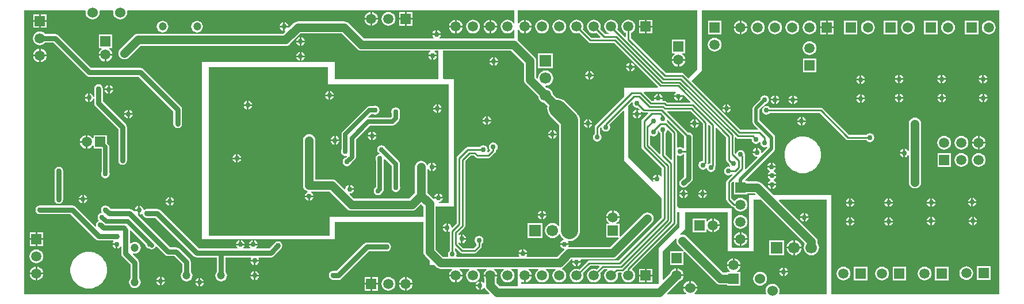
<source format=gbl>
G04*
G04 #@! TF.GenerationSoftware,Altium Limited,Altium Designer,18.1.9 (240)*
G04*
G04 Layer_Physical_Order=2*
G04 Layer_Color=16711680*
%FSLAX25Y25*%
%MOIN*%
G70*
G01*
G75*
%ADD15C,0.05000*%
%ADD55C,0.02500*%
%ADD56C,0.03000*%
%ADD57C,0.02000*%
%ADD58C,0.00950*%
%ADD61C,0.06000*%
%ADD62C,0.06693*%
%ADD63R,0.06693X0.06693*%
%ADD64R,0.05906X0.05906*%
%ADD65C,0.05906*%
%ADD66R,0.05906X0.05906*%
%ADD67R,0.06693X0.06693*%
%ADD68C,0.04724*%
%ADD69C,0.03000*%
%ADD70C,0.10000*%
G36*
X38696Y171264D02*
X39066Y170764D01*
X38965Y170000D01*
X39103Y168956D01*
X39506Y167983D01*
X40147Y167147D01*
X40983Y166506D01*
X41956Y166103D01*
X43000Y165965D01*
X44044Y166103D01*
X45017Y166506D01*
X45853Y167147D01*
X46494Y167983D01*
X46897Y168956D01*
X47034Y170000D01*
X46934Y170764D01*
X47304Y171264D01*
X54696D01*
X55066Y170764D01*
X54966Y170000D01*
X55103Y168956D01*
X55506Y167983D01*
X56147Y167147D01*
X56983Y166506D01*
X57956Y166103D01*
X59000Y165965D01*
X60044Y166103D01*
X61017Y166506D01*
X61853Y167147D01*
X62494Y167983D01*
X62897Y168956D01*
X63034Y170000D01*
X62934Y170764D01*
X63304Y171264D01*
X287500Y171264D01*
Y163743D01*
X287000Y163643D01*
X286953Y163757D01*
X286319Y164583D01*
X285493Y165217D01*
X284532Y165615D01*
X283500Y165751D01*
X282468Y165615D01*
X281507Y165217D01*
X280681Y164583D01*
X280047Y163757D01*
X279649Y162796D01*
X279513Y161764D01*
X279649Y160732D01*
X280047Y159770D01*
X280681Y158945D01*
X281507Y158311D01*
X282468Y157913D01*
X283500Y157777D01*
X284532Y157913D01*
X285493Y158311D01*
X286319Y158945D01*
X286953Y159770D01*
X287000Y159885D01*
X287500Y159785D01*
Y155107D01*
X287124Y154778D01*
X287000Y154794D01*
X244035D01*
X243883Y155294D01*
X244133Y155461D01*
X244686Y156288D01*
X244781Y156764D01*
X239882D01*
X239976Y156288D01*
X240529Y155461D01*
X240779Y155294D01*
X240628Y154794D01*
X200301D01*
X191335Y163760D01*
X190604Y164321D01*
X189752Y164674D01*
X188839Y164794D01*
X162032D01*
X161118Y164674D01*
X160267Y164321D01*
X159536Y163760D01*
X156841Y161066D01*
X156471Y161264D01*
X154421D01*
Y159214D01*
X154620Y158844D01*
X153384Y157608D01*
X69314D01*
X68400Y157488D01*
X67549Y157135D01*
X66818Y156574D01*
X59004Y148760D01*
X58443Y148029D01*
X58090Y147178D01*
X57970Y146264D01*
X58090Y145350D01*
X58443Y144499D01*
X59004Y143768D01*
X59735Y143207D01*
X60586Y142854D01*
X61500Y142734D01*
X62414Y142854D01*
X63265Y143207D01*
X63996Y143768D01*
X70776Y150548D01*
X154846D01*
X155760Y150668D01*
X156611Y151021D01*
X157342Y151582D01*
X163494Y157734D01*
X187376D01*
X196342Y148768D01*
X197073Y148206D01*
X197925Y147854D01*
X198839Y147734D01*
X198839Y147734D01*
X238671D01*
X238822Y147234D01*
X238198Y146816D01*
X237645Y145989D01*
X237550Y145514D01*
X242449D01*
X242355Y145989D01*
X241802Y146816D01*
X241178Y147234D01*
X241329Y147734D01*
X243500D01*
Y131264D01*
X183500D01*
Y141264D01*
X106500D01*
Y38264D01*
X183500D01*
Y48264D01*
X234750D01*
Y30911D01*
X234870Y29998D01*
X235223Y29146D01*
X235784Y28415D01*
X238500Y25699D01*
Y23264D01*
X240935D01*
X242171Y22027D01*
X242902Y21466D01*
X243754Y21114D01*
X244668Y20993D01*
X251189D01*
X251474Y20548D01*
X251472Y20493D01*
X250681Y19886D01*
X250047Y19060D01*
X249649Y18099D01*
X249579Y17567D01*
X253500D01*
X257421D01*
X257351Y18099D01*
X256953Y19060D01*
X256319Y19886D01*
X255528Y20493D01*
X255526Y20548D01*
X255810Y20993D01*
X261190D01*
X261474Y20548D01*
X261472Y20493D01*
X260681Y19886D01*
X260047Y19060D01*
X259649Y18099D01*
X259513Y17067D01*
X259649Y16035D01*
X260047Y15074D01*
X260681Y14248D01*
X261507Y13614D01*
X262468Y13216D01*
X263500Y13080D01*
X264532Y13216D01*
X265493Y13614D01*
X266319Y14248D01*
X266953Y15074D01*
X267351Y16035D01*
X267487Y17067D01*
X267351Y18099D01*
X266953Y19060D01*
X266319Y19886D01*
X265528Y20493D01*
X265526Y20548D01*
X265810Y20993D01*
X271189D01*
X271474Y20548D01*
X271472Y20493D01*
X270681Y19886D01*
X270047Y19060D01*
X269649Y18099D01*
X269579Y17567D01*
X273500D01*
X277421D01*
X277351Y18099D01*
X276953Y19060D01*
X276319Y19886D01*
X275528Y20493D01*
X275526Y20548D01*
X275811Y20993D01*
X281189D01*
X281474Y20548D01*
X281472Y20493D01*
X280681Y19886D01*
X280047Y19060D01*
X279649Y18099D01*
X279513Y17067D01*
X279649Y16035D01*
X280047Y15074D01*
X280681Y14248D01*
X281507Y13614D01*
X282468Y13216D01*
X283500Y13080D01*
X284532Y13216D01*
X285493Y13614D01*
X286319Y14248D01*
X286953Y15074D01*
X287351Y16035D01*
X287487Y17067D01*
X287351Y18099D01*
X286953Y19060D01*
X286319Y19886D01*
X285528Y20493D01*
X285526Y20548D01*
X285810Y20993D01*
X289500D01*
Y10794D01*
X278962D01*
X277030Y12726D01*
Y15261D01*
X277351Y16035D01*
X277421Y16567D01*
X273500D01*
X269579D01*
X269649Y16035D01*
X269970Y15261D01*
Y12967D01*
X269470Y12816D01*
X269302Y13066D01*
X268476Y13619D01*
X268000Y13713D01*
Y11264D01*
Y8814D01*
X268476Y8909D01*
X269302Y9461D01*
X269682Y10029D01*
X270246Y9974D01*
X270443Y9499D01*
X271004Y8767D01*
X273046Y6726D01*
X272854Y6264D01*
X3500Y6264D01*
Y171264D01*
X38696D01*
D02*
G37*
G36*
X393500Y136764D02*
X388402Y131666D01*
X385741Y134327D01*
X385253Y134653D01*
X384677Y134768D01*
X375242D01*
X355004Y155006D01*
Y158108D01*
X355493Y158311D01*
X356319Y158945D01*
X356953Y159770D01*
X357351Y160732D01*
X357487Y161764D01*
X357351Y162796D01*
X356953Y163757D01*
X356319Y164583D01*
X355493Y165217D01*
X354532Y165615D01*
X353500Y165751D01*
X352468Y165615D01*
X351507Y165217D01*
X350681Y164583D01*
X350047Y163757D01*
X349649Y162796D01*
X349513Y161764D01*
X349649Y160732D01*
X350047Y159770D01*
X350681Y158945D01*
X351507Y158311D01*
X351996Y158108D01*
Y155910D01*
X351534Y155718D01*
X347108Y160145D01*
X347351Y160732D01*
X347487Y161764D01*
X347351Y162796D01*
X346953Y163757D01*
X346319Y164583D01*
X345493Y165217D01*
X344532Y165615D01*
X343500Y165751D01*
X342468Y165615D01*
X341507Y165217D01*
X340681Y164583D01*
X340047Y163757D01*
X339649Y162796D01*
X339513Y161764D01*
X339649Y160732D01*
X340047Y159770D01*
X340681Y158945D01*
X341507Y158311D01*
X342468Y157913D01*
X342430Y157413D01*
X339977D01*
X337148Y160242D01*
X337351Y160732D01*
X337487Y161764D01*
X337351Y162796D01*
X336953Y163757D01*
X336319Y164583D01*
X335493Y165217D01*
X334532Y165615D01*
X333500Y165751D01*
X332468Y165615D01*
X331507Y165217D01*
X330681Y164583D01*
X330047Y163757D01*
X329649Y162796D01*
X329513Y161764D01*
X329649Y160732D01*
X330047Y159770D01*
X330681Y158945D01*
X331507Y158311D01*
X332468Y157913D01*
X333500Y157777D01*
X334532Y157913D01*
X335021Y158115D01*
X337396Y155741D01*
X337205Y155279D01*
X332112D01*
X327148Y160242D01*
X327351Y160732D01*
X327487Y161764D01*
X327351Y162796D01*
X326953Y163757D01*
X326319Y164583D01*
X325493Y165217D01*
X324532Y165615D01*
X323500Y165751D01*
X322468Y165615D01*
X321507Y165217D01*
X320681Y164583D01*
X320047Y163757D01*
X319649Y162796D01*
X319513Y161764D01*
X319649Y160732D01*
X320047Y159770D01*
X320681Y158945D01*
X321507Y158311D01*
X322468Y157913D01*
X323500Y157777D01*
X324532Y157913D01*
X325021Y158115D01*
X330426Y152711D01*
X330913Y152385D01*
X331489Y152271D01*
X345212D01*
X370720Y126764D01*
X370512Y126264D01*
X351000D01*
Y121009D01*
X334437Y104445D01*
X334111Y103957D01*
X333996Y103382D01*
Y99554D01*
X333698Y99355D01*
X333145Y98528D01*
X332951Y97553D01*
X333145Y96577D01*
X333698Y95750D01*
X334525Y95198D01*
X335500Y95003D01*
X336475Y95198D01*
X337302Y95750D01*
X337855Y96577D01*
X338049Y97553D01*
X337855Y98528D01*
X337302Y99355D01*
X337004Y99554D01*
Y102759D01*
X337469Y103224D01*
X337998Y103045D01*
X338145Y102304D01*
X338698Y101477D01*
X339525Y100925D01*
X340500Y100731D01*
X341476Y100925D01*
X342302Y101477D01*
X342855Y102304D01*
X343049Y103279D01*
X342855Y104255D01*
X342481Y104815D01*
X350538Y112872D01*
X351000Y112680D01*
Y83764D01*
X372777Y61987D01*
Y50683D01*
X347862Y25768D01*
X330697D01*
X330121Y25653D01*
X329633Y25327D01*
X325021Y20715D01*
X324532Y20918D01*
X323500Y21054D01*
X322468Y20918D01*
X321507Y20520D01*
X320681Y19886D01*
X320047Y19060D01*
X319649Y18099D01*
X319513Y17067D01*
X319649Y16035D01*
X320047Y15074D01*
X320681Y14248D01*
X321507Y13614D01*
X322468Y13216D01*
X323500Y13080D01*
X324532Y13216D01*
X325493Y13614D01*
X326319Y14248D01*
X326953Y15074D01*
X327351Y16035D01*
X327487Y17067D01*
X327351Y18099D01*
X327148Y18588D01*
X331320Y22760D01*
X336413D01*
X336604Y22298D01*
X335021Y20715D01*
X334532Y20918D01*
X333500Y21054D01*
X332468Y20918D01*
X331507Y20520D01*
X330681Y19886D01*
X330047Y19060D01*
X329649Y18099D01*
X329513Y17067D01*
X329649Y16035D01*
X330047Y15074D01*
X330681Y14248D01*
X331507Y13614D01*
X332468Y13216D01*
X333500Y13080D01*
X334532Y13216D01*
X335493Y13614D01*
X336319Y14248D01*
X336953Y15074D01*
X337351Y16035D01*
X337487Y17067D01*
X337351Y18099D01*
X337148Y18588D01*
X339356Y20796D01*
X341045D01*
X341215Y20296D01*
X340681Y19886D01*
X340047Y19060D01*
X339649Y18099D01*
X339513Y17067D01*
X339649Y16035D01*
X340047Y15074D01*
X340681Y14248D01*
X341507Y13614D01*
X342468Y13216D01*
X343500Y13080D01*
X344532Y13216D01*
X345493Y13614D01*
X346319Y14248D01*
X346953Y15074D01*
X347351Y16035D01*
X347487Y17067D01*
X347351Y18099D01*
X347216Y18425D01*
X347544Y18846D01*
X349509D01*
X349786Y18430D01*
X349649Y18099D01*
X349513Y17067D01*
X349649Y16035D01*
X350047Y15074D01*
X350681Y14248D01*
X351507Y13614D01*
X352468Y13216D01*
X353500Y13080D01*
X354532Y13216D01*
X355493Y13614D01*
X356319Y14248D01*
X356953Y15074D01*
X357351Y16035D01*
X357487Y17067D01*
X357351Y18099D01*
X356953Y19060D01*
X356319Y19886D01*
X355765Y20311D01*
X355692Y20945D01*
X381194Y46447D01*
X381520Y46935D01*
X381635Y47511D01*
X381635Y47511D01*
Y53764D01*
X383000D01*
Y45264D01*
X371000Y33264D01*
Y12264D01*
X291514D01*
X291512Y13161D01*
X291928Y13440D01*
X292468Y13216D01*
X293000Y13146D01*
Y17067D01*
X293500D01*
Y17567D01*
X297421D01*
X297351Y18099D01*
X296953Y19060D01*
X296319Y19886D01*
X295528Y20493D01*
X295526Y20548D01*
X295811Y20993D01*
X301189D01*
X301474Y20548D01*
X301472Y20493D01*
X300681Y19886D01*
X300047Y19060D01*
X299649Y18099D01*
X299513Y17067D01*
X299649Y16035D01*
X300047Y15074D01*
X300681Y14248D01*
X301507Y13614D01*
X302468Y13216D01*
X303500Y13080D01*
X304532Y13216D01*
X305493Y13614D01*
X306319Y14248D01*
X306953Y15074D01*
X307351Y16035D01*
X307487Y17067D01*
X307351Y18099D01*
X306953Y19060D01*
X306319Y19886D01*
X305528Y20493D01*
X305526Y20548D01*
X305810Y20993D01*
X311190D01*
X311474Y20548D01*
X311472Y20493D01*
X310681Y19886D01*
X310047Y19060D01*
X309649Y18099D01*
X309513Y17067D01*
X309649Y16035D01*
X310047Y15074D01*
X310681Y14248D01*
X311507Y13614D01*
X312468Y13216D01*
X313500Y13080D01*
X314532Y13216D01*
X315493Y13614D01*
X316319Y14248D01*
X316953Y15074D01*
X317351Y16035D01*
X317487Y17067D01*
X317351Y18099D01*
X316953Y19060D01*
X316319Y19886D01*
X315493Y20520D01*
X314921Y20757D01*
Y21298D01*
X315327Y21466D01*
X316058Y22027D01*
X320528Y26496D01*
X320937Y26461D01*
X321165Y26009D01*
X321145Y25979D01*
X321051Y25504D01*
X325950D01*
X325855Y25979D01*
X325777Y26097D01*
X326012Y26538D01*
X344304D01*
X345218Y26658D01*
X346069Y27011D01*
X346800Y27572D01*
X366996Y47767D01*
X367557Y48499D01*
X367910Y49350D01*
X368030Y50264D01*
X367910Y51178D01*
X367557Y52029D01*
X366996Y52760D01*
X366265Y53321D01*
X365414Y53674D01*
X364500Y53794D01*
X363586Y53674D01*
X362735Y53321D01*
X362004Y52760D01*
X348915Y39671D01*
X348453Y39862D01*
Y47091D01*
X346869D01*
X346534Y47535D01*
X346534Y47591D01*
X347319Y48193D01*
X347953Y49018D01*
X348351Y49980D01*
X348421Y50512D01*
X344500D01*
X340579D01*
X340649Y49980D01*
X341047Y49018D01*
X341681Y48193D01*
X342466Y47591D01*
X342466Y47535D01*
X342131Y47091D01*
X340547D01*
Y39185D01*
X347776D01*
X347967Y38723D01*
X342842Y33598D01*
X319106D01*
X318925Y33574D01*
X318661Y33999D01*
X318855Y34288D01*
X318950Y34764D01*
X314051D01*
X314145Y34288D01*
X314698Y33461D01*
X315525Y32909D01*
X316128Y32789D01*
X316293Y32246D01*
X312100Y28054D01*
X294558D01*
X294290Y28554D01*
X294605Y29024D01*
X294700Y29500D01*
X289801D01*
X289895Y29024D01*
X290210Y28554D01*
X289942Y28054D01*
X254055D01*
X253819Y28495D01*
X253855Y28548D01*
X254049Y29524D01*
X253855Y30499D01*
X253302Y31326D01*
X253011Y31521D01*
Y32784D01*
X253472Y32975D01*
X255981Y30466D01*
X256469Y30140D01*
X257044Y30026D01*
X264456D01*
X265032Y30140D01*
X265520Y30466D01*
X268016Y32963D01*
X268016Y32963D01*
X268342Y33451D01*
X268457Y34026D01*
X268457Y34026D01*
Y35617D01*
X268755Y35816D01*
X269308Y36643D01*
X269502Y37619D01*
X269308Y38594D01*
X268755Y39421D01*
X267928Y39974D01*
X266953Y40168D01*
X265977Y39974D01*
X265150Y39421D01*
X264598Y38594D01*
X264404Y37619D01*
X264598Y36643D01*
X265150Y35816D01*
X265449Y35617D01*
Y34649D01*
X263833Y33034D01*
X257667D01*
X255059Y35642D01*
X255104Y36134D01*
X255529Y36351D01*
X255977Y36051D01*
X256453Y35957D01*
Y38406D01*
Y40856D01*
X255977Y40761D01*
X255504Y40445D01*
X255004Y40712D01*
Y41466D01*
X258513Y44976D01*
X258839Y45464D01*
X258954Y46039D01*
Y83651D01*
X262113Y86810D01*
X263906D01*
X264941Y85775D01*
X265428Y85449D01*
X266004Y85335D01*
X266004Y85335D01*
X272420D01*
X272996Y85449D01*
X273484Y85775D01*
X276263Y88555D01*
X276589Y89043D01*
X276704Y89619D01*
Y89862D01*
X277002Y90061D01*
X277555Y90888D01*
X277749Y91864D01*
X277555Y92839D01*
X277002Y93666D01*
X276175Y94219D01*
X275200Y94413D01*
X274225Y94219D01*
X273398Y93666D01*
X272845Y92839D01*
X272651Y91864D01*
X272845Y90888D01*
X273398Y90061D01*
X273408Y89954D01*
X272136Y88682D01*
X272063Y88700D01*
X271842Y89268D01*
X271855Y89288D01*
X272049Y90264D01*
X271855Y91239D01*
X271302Y92066D01*
X270476Y92619D01*
X269500Y92813D01*
X268525Y92619D01*
X267698Y92066D01*
X267498Y91768D01*
X260421D01*
X259845Y91653D01*
X259358Y91327D01*
X254437Y86406D01*
X254111Y85918D01*
X253996Y85343D01*
Y47470D01*
X251515Y44989D01*
X251013Y45194D01*
X250855Y45989D01*
X250302Y46816D01*
X249476Y47369D01*
X249000Y47463D01*
Y45014D01*
Y42564D01*
X249476Y42659D01*
X249503Y42677D01*
X250003Y42410D01*
Y31530D01*
X249698Y31326D01*
X249145Y30499D01*
X248951Y29524D01*
X249145Y28548D01*
X249181Y28495D01*
X248945Y28054D01*
X246130D01*
X241810Y32373D01*
Y57264D01*
X252468D01*
Y131264D01*
X246579D01*
X246000Y131843D01*
Y147734D01*
X285538D01*
X292970Y140302D01*
Y130842D01*
X293090Y129929D01*
X293443Y129077D01*
X294004Y128346D01*
X301208Y121142D01*
X301265Y120708D01*
X301703Y119650D01*
X302400Y118743D01*
X303308Y118046D01*
X304365Y117608D01*
X304799Y117551D01*
X306668Y115682D01*
X306555Y115308D01*
X306439Y114132D01*
X306555Y112956D01*
X306898Y111825D01*
X307455Y110782D01*
X308205Y109869D01*
X313471Y104603D01*
Y46050D01*
X312971Y45880D01*
X312600Y46364D01*
X311692Y47060D01*
X310635Y47498D01*
X309500Y47648D01*
X308365Y47498D01*
X307308Y47060D01*
X306400Y46364D01*
X305703Y45456D01*
X305265Y44398D01*
X305116Y43264D01*
X305265Y42129D01*
X305703Y41072D01*
X306400Y40164D01*
X307308Y39467D01*
X308365Y39029D01*
X309500Y38880D01*
X310635Y39029D01*
X311692Y39467D01*
X312600Y40164D01*
X313297Y41072D01*
X313358Y41220D01*
X313857Y41195D01*
X313930Y40957D01*
X314487Y39914D01*
X315237Y39001D01*
X316150Y38251D01*
X316070Y37727D01*
X315525Y37619D01*
X314698Y37066D01*
X314145Y36239D01*
X314051Y35764D01*
X318950D01*
X318855Y36239D01*
X318457Y36835D01*
X318741Y37310D01*
X319500Y37235D01*
X320676Y37351D01*
X321807Y37694D01*
X322850Y38251D01*
X323763Y39001D01*
X324513Y39914D01*
X325070Y40957D01*
X325413Y42088D01*
X325529Y43264D01*
Y107100D01*
X325413Y108276D01*
X325070Y109407D01*
X324513Y110450D01*
X323763Y111363D01*
X316731Y118395D01*
X315818Y119145D01*
X314775Y119702D01*
X313644Y120045D01*
X312468Y120161D01*
X312200Y120134D01*
X309792Y122543D01*
X309735Y122977D01*
X309297Y124035D01*
X308600Y124943D01*
X307692Y125639D01*
X306635Y126077D01*
X306201Y126134D01*
X305301Y127033D01*
X305574Y127468D01*
X306635Y127608D01*
X307692Y128046D01*
X308600Y128743D01*
X309297Y129650D01*
X309735Y130708D01*
X309884Y131843D01*
X309735Y132977D01*
X309297Y134035D01*
X308600Y134942D01*
X307692Y135639D01*
X306635Y136077D01*
X305500Y136226D01*
X304365Y136077D01*
X303308Y135639D01*
X302400Y134942D01*
X301703Y134035D01*
X301265Y132977D01*
X301126Y131916D01*
X300691Y131644D01*
X300030Y132305D01*
Y141764D01*
X299910Y142677D01*
X299557Y143529D01*
X298996Y144260D01*
X289500Y153756D01*
Y159785D01*
X290000Y159885D01*
X290047Y159770D01*
X290681Y158945D01*
X291507Y158311D01*
X292468Y157913D01*
X293000Y157843D01*
Y161764D01*
Y165685D01*
X292468Y165615D01*
X291507Y165217D01*
X290681Y164583D01*
X290047Y163757D01*
X290000Y163643D01*
X289500Y163742D01*
Y171264D01*
X393500D01*
Y136764D01*
D02*
G37*
G36*
X380993Y123264D02*
X380698Y123066D01*
X380145Y122239D01*
X380050Y121764D01*
X384949D01*
X384920Y121914D01*
X385380Y122161D01*
X389461Y118080D01*
X389270Y117618D01*
X375995D01*
X375370Y118243D01*
X374883Y118569D01*
X374307Y118683D01*
X373348D01*
X373112Y119124D01*
X373155Y119188D01*
X373250Y119664D01*
X368351D01*
X368445Y119188D01*
X368488Y119124D01*
X368252Y118683D01*
X367062D01*
X362444Y123302D01*
X362635Y123764D01*
X380842D01*
X380993Y123264D01*
D02*
G37*
G36*
X356029Y117655D02*
X355951Y117264D01*
X356145Y116288D01*
X356698Y115461D01*
X357525Y114909D01*
X358500Y114715D01*
X358852Y114785D01*
X360052Y113585D01*
X359734Y113196D01*
X359475Y113369D01*
X359000Y113463D01*
Y111514D01*
X360949D01*
X360855Y111989D01*
X360683Y112247D01*
X361071Y112566D01*
X361421Y112216D01*
X361909Y111890D01*
X362484Y111776D01*
X364732D01*
X364923Y111314D01*
X361487Y107877D01*
X361161Y107389D01*
X361046Y106814D01*
Y91812D01*
X361161Y91237D01*
X361487Y90749D01*
X372777Y79459D01*
Y74721D01*
X372277Y74569D01*
X371945Y75066D01*
X371118Y75619D01*
X370642Y75713D01*
Y73264D01*
X370142D01*
Y72764D01*
X367693D01*
X367787Y72288D01*
X367998Y71973D01*
X367610Y71654D01*
X353500Y85764D01*
Y115833D01*
X355568Y117902D01*
X356029Y117655D01*
D02*
G37*
G36*
X371117Y101181D02*
X371145Y101042D01*
X371698Y100215D01*
X371996Y100015D01*
Y87904D01*
X371534Y87713D01*
X366004Y93243D01*
Y98206D01*
X366504Y98473D01*
X367024Y98125D01*
X368000Y97931D01*
X368975Y98125D01*
X369802Y98678D01*
X370355Y99505D01*
X370549Y100480D01*
X370407Y101193D01*
X370573Y101352D01*
X371117Y101181D01*
D02*
G37*
G36*
X568500Y6264D02*
X471000D01*
Y63764D01*
X437574D01*
X430578Y70760D01*
X429847Y71321D01*
X428995Y71674D01*
X428082Y71794D01*
X422453D01*
Y72216D01*
X421272D01*
X421080Y72679D01*
X437942Y89540D01*
X438384Y90202D01*
X438539Y90982D01*
Y97295D01*
X438539Y97295D01*
X438384Y98076D01*
X437942Y98737D01*
X429466Y107213D01*
Y113346D01*
X431201Y115080D01*
X431589Y114762D01*
X431536Y114683D01*
X431145Y114097D01*
X430951Y113122D01*
X431145Y112147D01*
X431698Y111320D01*
X432525Y110767D01*
X433500Y110573D01*
X434476Y110767D01*
X435302Y111320D01*
X435502Y111618D01*
X464267D01*
X479685Y96200D01*
X480172Y95874D01*
X480748Y95760D01*
X491498D01*
X491698Y95461D01*
X492525Y94909D01*
X493500Y94715D01*
X494476Y94909D01*
X495302Y95461D01*
X495855Y96288D01*
X496049Y97264D01*
X495855Y98239D01*
X495302Y99066D01*
X494476Y99619D01*
X493500Y99813D01*
X492525Y99619D01*
X491698Y99066D01*
X491498Y98768D01*
X481371D01*
X465953Y114186D01*
X465465Y114512D01*
X464890Y114626D01*
X435502D01*
X435302Y114925D01*
X434476Y115477D01*
X433500Y115671D01*
X432525Y115477D01*
X431939Y115086D01*
X431860Y115033D01*
X431542Y115422D01*
X432918Y116798D01*
X433475Y116909D01*
X434302Y117461D01*
X434855Y118288D01*
X435049Y119264D01*
X434855Y120239D01*
X434302Y121066D01*
X433475Y121619D01*
X432500Y121813D01*
X431525Y121619D01*
X430698Y121066D01*
X430145Y120239D01*
X430034Y119682D01*
X425985Y115633D01*
X425543Y114971D01*
X425388Y114191D01*
Y106368D01*
X425543Y105588D01*
X425985Y104926D01*
X428693Y102219D01*
X428501Y101757D01*
X418311D01*
X389902Y130166D01*
X396000Y136264D01*
Y171264D01*
X568500D01*
Y6264D01*
D02*
G37*
G36*
X385771Y98073D02*
X385701Y97721D01*
Y91100D01*
X385201Y90949D01*
X385127Y91060D01*
X384300Y91612D01*
X383324Y91806D01*
X382349Y91612D01*
X382076Y91430D01*
X381635Y91665D01*
Y100090D01*
X381520Y100665D01*
X381194Y101153D01*
X375995Y106352D01*
X375882Y106428D01*
X375732Y107105D01*
X375855Y107288D01*
X375868Y107353D01*
X376346Y107498D01*
X385771Y98073D01*
D02*
G37*
G36*
X416054Y97003D02*
X416541Y96677D01*
X417117Y96562D01*
X417117Y96562D01*
X424706D01*
X424951Y96264D01*
X425145Y95288D01*
X425698Y94461D01*
X426525Y93909D01*
X427500Y93715D01*
X428476Y93909D01*
X429302Y94461D01*
X429567Y94857D01*
X430038Y94662D01*
X429951Y94226D01*
X430145Y93250D01*
X430698Y92423D01*
X431525Y91871D01*
X432500Y91677D01*
X433475Y91871D01*
X433589Y91947D01*
X434130Y91707D01*
X434157Y91523D01*
X430897Y88263D01*
X430436Y88509D01*
X430476Y88710D01*
X430282Y89686D01*
X429730Y90513D01*
X428903Y91065D01*
X428427Y91160D01*
Y88710D01*
X427927D01*
Y88210D01*
X425478D01*
X425572Y87735D01*
X426125Y86908D01*
X426952Y86355D01*
X427927Y86161D01*
X428128Y86201D01*
X428375Y85741D01*
X421394Y78760D01*
X420933Y79006D01*
X420979Y79239D01*
Y86458D01*
X420917Y86770D01*
X421049Y87433D01*
X420855Y88408D01*
X420302Y89236D01*
X419476Y89788D01*
X418500Y89982D01*
X417525Y89788D01*
X416698Y89236D01*
X416145Y88408D01*
X416063Y87998D01*
X415585Y87852D01*
X415178Y88259D01*
Y97225D01*
X415640Y97416D01*
X416054Y97003D01*
D02*
G37*
G36*
X378627Y99467D02*
Y84436D01*
X378165Y84245D01*
X375004Y87406D01*
Y100015D01*
X375302Y100215D01*
X375855Y101042D01*
X375936Y101450D01*
X376479Y101615D01*
X378627Y99467D01*
D02*
G37*
G36*
X400936Y103847D02*
Y82281D01*
X400425Y82180D01*
X399835Y81786D01*
X399475Y82147D01*
X399530Y82228D01*
X399644Y82804D01*
Y104486D01*
X400106Y104677D01*
X400936Y103847D01*
D02*
G37*
G36*
X179500Y128264D02*
X249513D01*
Y59264D01*
X243795D01*
X243746Y59764D01*
X244476Y59909D01*
X245302Y60461D01*
X245855Y61288D01*
X245950Y61764D01*
X241051D01*
X241075Y61638D01*
X240615Y61392D01*
X236905Y65101D01*
Y78934D01*
X237405Y79086D01*
X237823Y78461D01*
X238650Y77909D01*
X239125Y77814D01*
Y80264D01*
Y82713D01*
X238650Y82619D01*
X237823Y82066D01*
X237277Y81249D01*
X236974Y81201D01*
X236934Y81196D01*
X236760Y81238D01*
X236432Y82029D01*
X235871Y82760D01*
X235140Y83321D01*
X234289Y83674D01*
X233375Y83794D01*
X232461Y83674D01*
X231610Y83321D01*
X230879Y82760D01*
X230318Y82029D01*
X229965Y81178D01*
X229845Y80264D01*
Y65101D01*
X226538Y61794D01*
X194413D01*
X191954Y64253D01*
X192166Y64748D01*
X192975Y64909D01*
X193802Y65461D01*
X194355Y66288D01*
X194449Y66764D01*
X192000D01*
Y67264D01*
X191500D01*
Y69713D01*
X191025Y69619D01*
X190198Y69066D01*
X189645Y68239D01*
X189484Y67430D01*
X188989Y67218D01*
X184258Y71949D01*
X183527Y72510D01*
X182676Y72863D01*
X181762Y72983D01*
X172030D01*
Y95701D01*
X171910Y96614D01*
X171557Y97466D01*
X170996Y98197D01*
X170265Y98758D01*
X169414Y99111D01*
X168500Y99231D01*
X167586Y99111D01*
X166735Y98758D01*
X166004Y98197D01*
X165443Y97466D01*
X165090Y96614D01*
X164970Y95701D01*
Y69453D01*
X165090Y68539D01*
X165443Y67688D01*
X166004Y66957D01*
X166735Y66395D01*
X167586Y66043D01*
X167623Y66038D01*
X167640Y65531D01*
X167525Y65509D01*
X166698Y64956D01*
X166145Y64129D01*
X166051Y63653D01*
X170949D01*
X170855Y64129D01*
X170302Y64956D01*
X169604Y65423D01*
X169756Y65923D01*
X180300D01*
X190455Y55768D01*
X191186Y55207D01*
X192037Y54854D01*
X192951Y54734D01*
X228000D01*
X228914Y54854D01*
X229765Y55207D01*
X230496Y55768D01*
X233375Y58646D01*
X234750Y57271D01*
Y51264D01*
X180500Y51264D01*
X180500Y40264D01*
X110500Y40264D01*
X110500Y138264D01*
X179500Y138264D01*
X179500Y128264D01*
D02*
G37*
G36*
X396636Y105389D02*
Y83843D01*
X396600Y83813D01*
X395625Y83619D01*
X394798Y83066D01*
X394245Y82239D01*
X394051Y81264D01*
X394245Y80288D01*
X394798Y79461D01*
X395625Y78909D01*
X396600Y78715D01*
X397575Y78909D01*
X398402Y79461D01*
X398411Y79474D01*
X398942Y79369D01*
X399045Y78849D01*
X399598Y78022D01*
X400425Y77470D01*
X401400Y77276D01*
X402376Y77470D01*
X403202Y78022D01*
X403755Y78849D01*
X403949Y79825D01*
X403843Y80358D01*
X403944Y80865D01*
X403944Y80865D01*
Y102944D01*
X404406Y103135D01*
X410177Y97364D01*
Y84257D01*
X410291Y83682D01*
X410617Y83194D01*
X412011Y81800D01*
X412145Y81126D01*
X412416Y80721D01*
X412115Y80271D01*
X411500Y80393D01*
X410525Y80199D01*
X409698Y79647D01*
X409145Y78820D01*
X408951Y77845D01*
X409145Y76869D01*
X409698Y76042D01*
X410525Y75489D01*
X411500Y75296D01*
X412475Y75489D01*
X413302Y76042D01*
X413350Y76113D01*
X413500Y76098D01*
X413687Y75577D01*
X410617Y72508D01*
X410291Y72020D01*
X410177Y71445D01*
Y61365D01*
X410291Y60789D01*
X410617Y60301D01*
X413719Y57200D01*
X413719Y57200D01*
X414206Y56874D01*
X414782Y56760D01*
X414845D01*
X415047Y56270D01*
X415681Y55445D01*
X416507Y54811D01*
X417468Y54413D01*
X418500Y54277D01*
X419532Y54413D01*
X420493Y54811D01*
X421319Y55445D01*
X421953Y56270D01*
X422351Y57232D01*
X422487Y58264D01*
X422351Y59296D01*
X421953Y60257D01*
X421319Y61083D01*
X420493Y61717D01*
X419532Y62115D01*
X418500Y62251D01*
X417468Y62115D01*
X416507Y61717D01*
X415681Y61083D01*
X415297Y60583D01*
X414642Y60530D01*
X413185Y61988D01*
Y70822D01*
X414085Y71722D01*
X414547Y71531D01*
Y64311D01*
X422453D01*
Y64734D01*
X426619D01*
X427127Y64226D01*
X426936Y63764D01*
X423500D01*
Y33264D01*
X414000D01*
X413500Y33764D01*
Y56264D01*
X383000D01*
X381635Y57629D01*
Y86849D01*
X382076Y87085D01*
X382349Y86902D01*
X383324Y86708D01*
X384300Y86902D01*
X385127Y87455D01*
X385201Y87566D01*
X385701Y87414D01*
Y74615D01*
X383698Y72611D01*
X383145Y71785D01*
X382951Y70809D01*
X383145Y69834D01*
X383698Y69007D01*
X384525Y68454D01*
X385500Y68260D01*
X386475Y68454D01*
X387302Y69007D01*
X390052Y71757D01*
X390605Y72584D01*
X390799Y73559D01*
Y89264D01*
Y97721D01*
X390605Y98697D01*
X390052Y99524D01*
X389226Y100076D01*
X388250Y100270D01*
X387898Y100200D01*
X375900Y112198D01*
X376091Y112660D01*
X389365D01*
X396636Y105389D01*
D02*
G37*
G36*
X468500Y6264D02*
X440951D01*
X440673Y6679D01*
X440897Y7220D01*
X441035Y8264D01*
X440897Y9308D01*
X440494Y10281D01*
X439853Y11117D01*
X439017Y11758D01*
X438044Y12161D01*
X437000Y12298D01*
X435956Y12161D01*
X434983Y11758D01*
X434147Y11117D01*
X433506Y10281D01*
X433103Y9308D01*
X432966Y8264D01*
X433103Y7220D01*
X433327Y6679D01*
X433049Y6264D01*
X391873D01*
X391703Y6764D01*
X392203Y7147D01*
X392844Y7983D01*
X393247Y8956D01*
X393319Y9500D01*
X385381D01*
X385453Y8956D01*
X385856Y7983D01*
X386497Y7147D01*
X386997Y6764D01*
X386827Y6264D01*
X376146D01*
X375954Y6726D01*
X382719Y13490D01*
X383493Y13811D01*
X384319Y14445D01*
X384953Y15270D01*
X385351Y16232D01*
X385421Y16764D01*
X381500D01*
Y17264D01*
X381000D01*
Y21185D01*
X380468Y21115D01*
X379507Y20717D01*
X378681Y20083D01*
X378047Y19257D01*
X377727Y18483D01*
X373962Y14718D01*
X373500Y14909D01*
Y31264D01*
X381031Y38795D01*
X381455Y38512D01*
X381353Y38264D01*
X381233Y37351D01*
X381353Y36437D01*
X381705Y35585D01*
X382266Y34854D01*
X385404Y31716D01*
X385197Y31217D01*
X385059Y31216D01*
X377547D01*
Y23311D01*
X385453D01*
Y30819D01*
X385453Y30961D01*
X385670Y31051D01*
X385953Y31168D01*
X404353Y12767D01*
X405084Y12207D01*
X405936Y11854D01*
X406849Y11734D01*
X410547D01*
Y11311D01*
X418453D01*
Y19217D01*
X416869D01*
X416534Y19661D01*
X416534Y19716D01*
X417319Y20319D01*
X417953Y21144D01*
X418351Y22106D01*
X418421Y22638D01*
X414500D01*
Y23138D01*
D01*
Y22638D01*
X410579D01*
X410649Y22106D01*
X411047Y21144D01*
X411681Y20319D01*
X412466Y19716D01*
X412466Y19661D01*
X412131Y19217D01*
X410547D01*
Y18794D01*
X408312D01*
X387259Y39847D01*
X386528Y40408D01*
X385676Y40760D01*
X384763Y40881D01*
X383849Y40760D01*
X383601Y40658D01*
X383318Y41082D01*
X386000Y43764D01*
X386487D01*
Y53764D01*
X411000D01*
Y31264D01*
X426000D01*
Y61083D01*
X430270D01*
X455788Y35566D01*
X455703Y35456D01*
X455265Y34398D01*
X455116Y33264D01*
X455265Y32129D01*
X455703Y31072D01*
X456400Y30164D01*
X457308Y29467D01*
X458365Y29029D01*
X459500Y28880D01*
X460635Y29029D01*
X461692Y29467D01*
X462600Y30164D01*
X463297Y31072D01*
X463735Y32129D01*
X463884Y33264D01*
X463735Y34398D01*
X463297Y35456D01*
X463030Y35803D01*
Y36845D01*
X462910Y37759D01*
X462557Y38611D01*
X461996Y39342D01*
X440717Y60621D01*
X440908Y61083D01*
X468500D01*
Y6264D01*
D02*
G37*
%LPC*%
G36*
X228453Y170217D02*
X225000D01*
Y166764D01*
X228453D01*
Y170217D01*
D02*
G37*
G36*
X205000Y170185D02*
Y166764D01*
X208421D01*
X208351Y167296D01*
X207953Y168257D01*
X207319Y169083D01*
X206493Y169717D01*
X205532Y170115D01*
X205000Y170185D01*
D02*
G37*
G36*
X204000Y170185D02*
X203468Y170115D01*
X202507Y169717D01*
X201681Y169083D01*
X201047Y168257D01*
X200649Y167296D01*
X200579Y166764D01*
X204000D01*
Y170185D01*
D02*
G37*
G36*
X224000Y170217D02*
X220547D01*
Y166764D01*
X224000D01*
Y170217D01*
D02*
G37*
G36*
X16453Y168966D02*
X13000D01*
Y165514D01*
X16453D01*
Y168966D01*
D02*
G37*
G36*
X12000D02*
X8547D01*
Y165514D01*
X12000D01*
Y168966D01*
D02*
G37*
G36*
X204000Y165764D02*
X200579D01*
X200649Y165232D01*
X201047Y164270D01*
X201681Y163445D01*
X202507Y162811D01*
X203468Y162413D01*
X204000Y162343D01*
Y165764D01*
D02*
G37*
G36*
X208421D02*
X205000D01*
Y162343D01*
X205532Y162413D01*
X206493Y162811D01*
X207319Y163445D01*
X207953Y164270D01*
X208351Y165232D01*
X208421Y165764D01*
D02*
G37*
G36*
X228453D02*
X225000D01*
Y162311D01*
X228453D01*
Y165764D01*
D02*
G37*
G36*
X224000D02*
X220547D01*
Y162311D01*
X224000D01*
Y165764D01*
D02*
G37*
G36*
X214500Y170251D02*
X213468Y170115D01*
X212507Y169717D01*
X211681Y169083D01*
X211047Y168257D01*
X210649Y167296D01*
X210513Y166264D01*
X210649Y165232D01*
X211047Y164270D01*
X211681Y163445D01*
X212507Y162811D01*
X213468Y162413D01*
X214500Y162277D01*
X215532Y162413D01*
X216493Y162811D01*
X217319Y163445D01*
X217953Y164270D01*
X218351Y165232D01*
X218487Y166264D01*
X218351Y167296D01*
X217953Y168257D01*
X217319Y169083D01*
X216493Y169717D01*
X215532Y170115D01*
X214500Y170251D01*
D02*
G37*
G36*
X254000Y165685D02*
Y162264D01*
X257421D01*
X257351Y162796D01*
X256953Y163757D01*
X256319Y164583D01*
X255493Y165217D01*
X254532Y165615D01*
X254000Y165685D01*
D02*
G37*
G36*
X274000D02*
Y162264D01*
X277421D01*
X277351Y162796D01*
X276953Y163757D01*
X276319Y164583D01*
X275493Y165217D01*
X274532Y165615D01*
X274000Y165685D01*
D02*
G37*
G36*
X154421Y164213D02*
Y162264D01*
X156371D01*
X156276Y162739D01*
X155724Y163566D01*
X154897Y164119D01*
X154421Y164213D01*
D02*
G37*
G36*
X153421D02*
X152946Y164119D01*
X152119Y163566D01*
X151567Y162739D01*
X151472Y162264D01*
X153421D01*
Y164213D01*
D02*
G37*
G36*
X253000Y165685D02*
X252468Y165615D01*
X251507Y165217D01*
X250681Y164583D01*
X250047Y163757D01*
X249649Y162796D01*
X249579Y162264D01*
X253000D01*
Y165685D01*
D02*
G37*
G36*
X273000D02*
X272468Y165615D01*
X271507Y165217D01*
X270681Y164583D01*
X270047Y163757D01*
X269649Y162796D01*
X269579Y162264D01*
X273000D01*
Y165685D01*
D02*
G37*
G36*
X16453Y164514D02*
X13000D01*
Y161061D01*
X16453D01*
Y164514D01*
D02*
G37*
G36*
X12000D02*
X8547D01*
Y161061D01*
X12000D01*
Y164514D01*
D02*
G37*
G36*
X153421Y161264D02*
X151472D01*
X151567Y160788D01*
X152119Y159961D01*
X152946Y159409D01*
X153421Y159314D01*
Y161264D01*
D02*
G37*
G36*
X103579Y165155D02*
X102701Y165039D01*
X101883Y164701D01*
X101181Y164162D01*
X100642Y163459D01*
X100303Y162642D01*
X100188Y161764D01*
X100303Y160886D01*
X100642Y160068D01*
X101181Y159366D01*
X101883Y158827D01*
X102701Y158488D01*
X103579Y158373D01*
X104456Y158488D01*
X105274Y158827D01*
X105977Y159366D01*
X106516Y160068D01*
X106854Y160886D01*
X106970Y161764D01*
X106854Y162642D01*
X106516Y163459D01*
X105977Y164162D01*
X105274Y164701D01*
X104456Y165039D01*
X103579Y165155D01*
D02*
G37*
G36*
X83579D02*
X82701Y165039D01*
X81883Y164701D01*
X81181Y164162D01*
X80642Y163459D01*
X80303Y162642D01*
X80187Y161764D01*
X80303Y160886D01*
X80642Y160068D01*
X81181Y159366D01*
X81883Y158827D01*
X82701Y158488D01*
X83579Y158373D01*
X84456Y158488D01*
X85274Y158827D01*
X85977Y159366D01*
X86516Y160068D01*
X86854Y160886D01*
X86970Y161764D01*
X86854Y162642D01*
X86516Y163459D01*
X85977Y164162D01*
X85274Y164701D01*
X84456Y165039D01*
X83579Y165155D01*
D02*
G37*
G36*
X273000Y161264D02*
X269579D01*
X269649Y160732D01*
X270047Y159770D01*
X270681Y158945D01*
X271507Y158311D01*
X272468Y157913D01*
X273000Y157843D01*
Y161264D01*
D02*
G37*
G36*
X253000D02*
X249579D01*
X249649Y160732D01*
X250047Y159770D01*
X250681Y158945D01*
X251507Y158311D01*
X252468Y157913D01*
X253000Y157843D01*
Y161264D01*
D02*
G37*
G36*
X277421D02*
X274000D01*
Y157843D01*
X274532Y157913D01*
X275493Y158311D01*
X276319Y158945D01*
X276953Y159770D01*
X277351Y160732D01*
X277421Y161264D01*
D02*
G37*
G36*
X257421D02*
X254000D01*
Y157843D01*
X254532Y157913D01*
X255493Y158311D01*
X256319Y158945D01*
X256953Y159770D01*
X257351Y160732D01*
X257421Y161264D01*
D02*
G37*
G36*
X263500Y165751D02*
X262468Y165615D01*
X261507Y165217D01*
X260681Y164583D01*
X260047Y163757D01*
X259649Y162796D01*
X259513Y161764D01*
X259649Y160732D01*
X260047Y159770D01*
X260681Y158945D01*
X261507Y158311D01*
X262468Y157913D01*
X263500Y157777D01*
X264532Y157913D01*
X265493Y158311D01*
X266319Y158945D01*
X266953Y159770D01*
X267351Y160732D01*
X267487Y161764D01*
X267351Y162796D01*
X266953Y163757D01*
X266319Y164583D01*
X265493Y165217D01*
X264532Y165615D01*
X263500Y165751D01*
D02*
G37*
G36*
X242831Y159713D02*
Y157764D01*
X244781D01*
X244686Y158239D01*
X244133Y159066D01*
X243306Y159619D01*
X242831Y159713D01*
D02*
G37*
G36*
X241831D02*
X241356Y159619D01*
X240529Y159066D01*
X239976Y158239D01*
X239882Y157764D01*
X241831D01*
Y159713D01*
D02*
G37*
G36*
X164000Y155552D02*
Y153602D01*
X165949D01*
X165855Y154078D01*
X165302Y154905D01*
X164476Y155457D01*
X164000Y155552D01*
D02*
G37*
G36*
X163000D02*
X162525Y155457D01*
X161698Y154905D01*
X161145Y154078D01*
X161050Y153602D01*
X163000D01*
Y155552D01*
D02*
G37*
G36*
X165949Y152602D02*
X164000D01*
Y150653D01*
X164476Y150747D01*
X165302Y151300D01*
X165855Y152127D01*
X165949Y152602D01*
D02*
G37*
G36*
X163000D02*
X161050D01*
X161145Y152127D01*
X161698Y151300D01*
X162525Y150747D01*
X163000Y150653D01*
Y152602D01*
D02*
G37*
G36*
X54453Y157217D02*
X46547D01*
Y149311D01*
X48131D01*
X48466Y148867D01*
X48466Y148811D01*
X47681Y148209D01*
X47047Y147383D01*
X46649Y146422D01*
X46579Y145890D01*
X50500D01*
X54421D01*
X54351Y146422D01*
X53953Y147383D01*
X53319Y148209D01*
X52534Y148811D01*
X52534Y148867D01*
X52869Y149311D01*
X54453D01*
Y157217D01*
D02*
G37*
G36*
X13000Y148935D02*
Y145514D01*
X16421D01*
X16351Y146046D01*
X15953Y147007D01*
X15319Y147833D01*
X14493Y148467D01*
X13532Y148865D01*
X13000Y148935D01*
D02*
G37*
G36*
X12000D02*
X11468Y148865D01*
X10507Y148467D01*
X9681Y147833D01*
X9047Y147007D01*
X8649Y146046D01*
X8579Y145514D01*
X12000D01*
Y148935D01*
D02*
G37*
G36*
X164000Y146890D02*
Y144941D01*
X165949D01*
X165855Y145416D01*
X165302Y146243D01*
X164476Y146796D01*
X164000Y146890D01*
D02*
G37*
G36*
X163000D02*
X162525Y146796D01*
X161698Y146243D01*
X161145Y145416D01*
X161050Y144941D01*
X163000D01*
Y146890D01*
D02*
G37*
G36*
X242449Y144514D02*
X240500D01*
Y142564D01*
X240975Y142659D01*
X241802Y143211D01*
X242355Y144038D01*
X242449Y144514D01*
D02*
G37*
G36*
X239500D02*
X237550D01*
X237645Y144038D01*
X238198Y143211D01*
X239025Y142659D01*
X239500Y142564D01*
Y144514D01*
D02*
G37*
G36*
X165949Y143941D02*
X164000D01*
Y141991D01*
X164476Y142086D01*
X165302Y142639D01*
X165855Y143465D01*
X165949Y143941D01*
D02*
G37*
G36*
X163000D02*
X161050D01*
X161145Y143465D01*
X161698Y142639D01*
X162525Y142086D01*
X163000Y141991D01*
Y143941D01*
D02*
G37*
G36*
X54421Y144890D02*
X51000D01*
Y141469D01*
X51532Y141539D01*
X52493Y141937D01*
X53319Y142571D01*
X53953Y143396D01*
X54351Y144358D01*
X54421Y144890D01*
D02*
G37*
G36*
X50000D02*
X46579D01*
X46649Y144358D01*
X47047Y143396D01*
X47681Y142571D01*
X48507Y141937D01*
X49468Y141539D01*
X50000Y141469D01*
Y144890D01*
D02*
G37*
G36*
X16421Y144514D02*
X13000D01*
Y141093D01*
X13532Y141163D01*
X14493Y141561D01*
X15319Y142195D01*
X15953Y143020D01*
X16351Y143982D01*
X16421Y144514D01*
D02*
G37*
G36*
X12000D02*
X8579D01*
X8649Y143982D01*
X9047Y143020D01*
X9681Y142195D01*
X10507Y141561D01*
X11468Y141163D01*
X12000Y141093D01*
Y144514D01*
D02*
G37*
G36*
X53000Y127713D02*
Y125764D01*
X54949D01*
X54855Y126239D01*
X54302Y127066D01*
X53475Y127619D01*
X53000Y127713D01*
D02*
G37*
G36*
X52000D02*
X51525Y127619D01*
X50698Y127066D01*
X50145Y126239D01*
X50050Y125764D01*
X52000D01*
Y127713D01*
D02*
G37*
G36*
X54949Y124764D02*
X53000D01*
Y122814D01*
X53475Y122909D01*
X54302Y123461D01*
X54855Y124288D01*
X54949Y124764D01*
D02*
G37*
G36*
X52000D02*
X50050D01*
X50145Y124288D01*
X50698Y123461D01*
X51525Y122909D01*
X52000Y122814D01*
Y124764D01*
D02*
G37*
G36*
X40500Y122863D02*
X40025Y122768D01*
X39198Y122216D01*
X38645Y121389D01*
X38550Y120913D01*
X40500D01*
Y122863D01*
D02*
G37*
G36*
X46500Y128250D02*
X45525Y128056D01*
X44698Y127504D01*
X44145Y126677D01*
X43951Y125701D01*
Y120955D01*
X43451Y120906D01*
X43355Y121389D01*
X42802Y122216D01*
X41976Y122768D01*
X41500Y122863D01*
Y120413D01*
Y117964D01*
X41976Y118058D01*
X42802Y118611D01*
X43355Y119438D01*
X43451Y119921D01*
X43951Y119872D01*
Y117296D01*
X44145Y116320D01*
X44698Y115493D01*
X57951Y102240D01*
Y83965D01*
X58145Y82989D01*
X58698Y82162D01*
X59525Y81610D01*
X60500Y81416D01*
X61475Y81610D01*
X62302Y82162D01*
X62855Y82989D01*
X63049Y83965D01*
Y103296D01*
X62855Y104271D01*
X62302Y105098D01*
X49049Y118351D01*
Y125701D01*
X48855Y126677D01*
X48302Y127504D01*
X47475Y128056D01*
X46500Y128250D01*
D02*
G37*
G36*
X40500Y119913D02*
X38550D01*
X38645Y119438D01*
X39198Y118611D01*
X40025Y118058D01*
X40500Y117964D01*
Y119913D01*
D02*
G37*
G36*
X64350Y113450D02*
Y111500D01*
X66300D01*
X66205Y111976D01*
X65653Y112802D01*
X64826Y113355D01*
X64350Y113450D01*
D02*
G37*
G36*
X63350D02*
X62875Y113355D01*
X62048Y112802D01*
X61496Y111976D01*
X61401Y111500D01*
X63350D01*
Y113450D01*
D02*
G37*
G36*
X66300Y110500D02*
X64350D01*
Y108551D01*
X64826Y108645D01*
X65653Y109198D01*
X66205Y110024D01*
X66300Y110500D01*
D02*
G37*
G36*
X63350D02*
X61401D01*
X61496Y110024D01*
X62048Y109198D01*
X62875Y108645D01*
X63350Y108551D01*
Y110500D01*
D02*
G37*
G36*
X12500Y159001D02*
X11468Y158865D01*
X10507Y158466D01*
X9681Y157833D01*
X9047Y157007D01*
X8649Y156046D01*
X8513Y155014D01*
X8649Y153982D01*
X9047Y153020D01*
X9681Y152195D01*
X10507Y151561D01*
X11468Y151163D01*
X12500Y151027D01*
X13532Y151163D01*
X14493Y151561D01*
X15319Y152195D01*
X15526Y152465D01*
X20320D01*
X39324Y133461D01*
X40151Y132909D01*
X41126Y132715D01*
X69594D01*
X89691Y112617D01*
Y105307D01*
X89885Y104332D01*
X90438Y103505D01*
X91265Y102952D01*
X92240Y102758D01*
X93216Y102952D01*
X94043Y103505D01*
X94595Y104332D01*
X94789Y105307D01*
Y113673D01*
X94595Y114649D01*
X94043Y115476D01*
X72452Y137066D01*
X71625Y137619D01*
X70650Y137813D01*
X42182D01*
X23178Y156816D01*
X22352Y157369D01*
X21376Y157563D01*
X15526D01*
X15319Y157833D01*
X14493Y158466D01*
X13532Y158865D01*
X12500Y159001D01*
D02*
G37*
G36*
X51453Y98716D02*
X43547D01*
Y97133D01*
X43103Y96798D01*
X43047Y96798D01*
X42445Y97583D01*
X41619Y98216D01*
X40658Y98615D01*
X40126Y98685D01*
Y94764D01*
Y90843D01*
X40658Y90913D01*
X41619Y91311D01*
X42445Y91945D01*
X43047Y92729D01*
X43103Y92730D01*
X43547Y92395D01*
Y90811D01*
X48206D01*
Y77330D01*
X48145Y77239D01*
X47951Y76264D01*
X48145Y75288D01*
X48698Y74461D01*
X49525Y73909D01*
X50500Y73715D01*
X51476Y73909D01*
X52302Y74461D01*
X52855Y75288D01*
X53049Y76264D01*
X52855Y77239D01*
X52794Y77330D01*
Y91764D01*
X52619Y92642D01*
X52122Y93386D01*
X51453Y94055D01*
Y98716D01*
D02*
G37*
G36*
X39126Y98685D02*
X38594Y98615D01*
X37633Y98216D01*
X36807Y97583D01*
X36173Y96757D01*
X35775Y95796D01*
X35705Y95264D01*
X39126D01*
Y98685D01*
D02*
G37*
G36*
Y94264D02*
X35705D01*
X35775Y93732D01*
X36173Y92770D01*
X36807Y91945D01*
X37633Y91311D01*
X38594Y90913D01*
X39126Y90843D01*
Y94264D01*
D02*
G37*
G36*
X38000Y64009D02*
Y62059D01*
X39950D01*
X39855Y62534D01*
X39302Y63362D01*
X38475Y63914D01*
X38000Y64009D01*
D02*
G37*
G36*
X37000D02*
X36525Y63914D01*
X35698Y63362D01*
X35145Y62534D01*
X35050Y62059D01*
X37000D01*
Y64009D01*
D02*
G37*
G36*
X88250Y62627D02*
Y60677D01*
X90200D01*
X90105Y61153D01*
X89552Y61980D01*
X88726Y62532D01*
X88250Y62627D01*
D02*
G37*
G36*
X87250D02*
X86774Y62532D01*
X85948Y61980D01*
X85395Y61153D01*
X85300Y60677D01*
X87250D01*
Y62627D01*
D02*
G37*
G36*
X39950Y61059D02*
X38000D01*
Y59109D01*
X38475Y59204D01*
X39302Y59757D01*
X39855Y60584D01*
X39950Y61059D01*
D02*
G37*
G36*
X37000D02*
X35050D01*
X35145Y60584D01*
X35698Y59757D01*
X36525Y59204D01*
X37000Y59109D01*
Y61059D01*
D02*
G37*
G36*
X23500Y80358D02*
X22525Y80164D01*
X21698Y79611D01*
X21145Y78785D01*
X20951Y77809D01*
Y61310D01*
X21145Y60335D01*
X21698Y59508D01*
X22525Y58955D01*
X23500Y58761D01*
X24475Y58955D01*
X25302Y59508D01*
X25855Y60335D01*
X26049Y61310D01*
Y77809D01*
X25855Y78785D01*
X25302Y79611D01*
X24475Y80164D01*
X23500Y80358D01*
D02*
G37*
G36*
X90200Y59677D02*
X88250D01*
Y57728D01*
X88726Y57823D01*
X89552Y58375D01*
X90105Y59202D01*
X90200Y59677D01*
D02*
G37*
G36*
X87250D02*
X85300D01*
X85395Y59202D01*
X85948Y58375D01*
X86774Y57823D01*
X87250Y57728D01*
Y59677D01*
D02*
G37*
G36*
X69500Y57510D02*
X69024Y57415D01*
X68198Y56862D01*
X67645Y56036D01*
X67550Y55560D01*
X69500D01*
Y57510D01*
D02*
G37*
G36*
X50500Y57858D02*
X49525Y57664D01*
X48698Y57112D01*
X48145Y56284D01*
X47951Y55309D01*
X48145Y54334D01*
X48342Y54039D01*
X48112Y53484D01*
X47525Y53367D01*
X46698Y52814D01*
X46145Y51987D01*
X45951Y51012D01*
X46145Y50036D01*
X46651Y49280D01*
X46553Y48750D01*
X46525Y48745D01*
X45698Y48192D01*
X45145Y47365D01*
X44951Y46390D01*
X45067Y45808D01*
X44606Y45562D01*
X33056Y57112D01*
X32229Y57664D01*
X31254Y57858D01*
X12500D01*
X11525Y57664D01*
X10698Y57112D01*
X10145Y56284D01*
X9951Y55309D01*
X10145Y54334D01*
X10698Y53507D01*
X11525Y52954D01*
X12500Y52760D01*
X30198D01*
X44761Y38198D01*
X45588Y37645D01*
X46563Y37451D01*
X54942D01*
X55121Y36951D01*
X54645Y36239D01*
X54550Y35764D01*
X57000D01*
Y35264D01*
X57500D01*
Y32814D01*
X57976Y32909D01*
X58802Y33461D01*
X59152Y33984D01*
X59652Y33833D01*
Y30003D01*
X59846Y29028D01*
X60398Y28201D01*
X64951Y23648D01*
Y15465D01*
X64563Y14959D01*
X64224Y14141D01*
X64109Y13264D01*
X64224Y12386D01*
X64563Y11568D01*
X65102Y10866D01*
X65804Y10327D01*
X66622Y9988D01*
X67500Y9873D01*
X68378Y9988D01*
X69196Y10327D01*
X69898Y10866D01*
X70437Y11568D01*
X70776Y12386D01*
X70891Y13264D01*
X70776Y14141D01*
X70437Y14959D01*
X70049Y15465D01*
Y24704D01*
X69855Y25679D01*
X69302Y26506D01*
X66177Y29631D01*
X66461Y30055D01*
X66622Y29988D01*
X67500Y29873D01*
X68378Y29988D01*
X69196Y30327D01*
X69898Y30866D01*
X70437Y31568D01*
X70776Y32386D01*
X70891Y33264D01*
X70776Y34141D01*
X70437Y34959D01*
X69898Y35662D01*
X69196Y36201D01*
X68378Y36539D01*
X67500Y36655D01*
X66622Y36539D01*
X65804Y36201D01*
X65250Y35775D01*
X64750Y35976D01*
Y43063D01*
X65250Y43270D01*
X73716Y34803D01*
X73819Y34288D01*
X74371Y33461D01*
X75198Y32909D01*
X75773Y32794D01*
X76372Y32394D01*
X77250Y32220D01*
X78128Y32394D01*
X78872Y32892D01*
X79369Y33636D01*
X79444Y34008D01*
X79986Y34173D01*
X85002Y29157D01*
X85829Y28604D01*
X86804Y28410D01*
X90444D01*
X94951Y23904D01*
Y19268D01*
X94563Y18763D01*
X94224Y17945D01*
X94109Y17067D01*
X94224Y16189D01*
X94563Y15371D01*
X95102Y14669D01*
X95804Y14130D01*
X96622Y13791D01*
X97500Y13676D01*
X98378Y13791D01*
X99196Y14130D01*
X99898Y14669D01*
X100437Y15371D01*
X100776Y16189D01*
X100891Y17067D01*
X100776Y17945D01*
X100437Y18763D01*
X100049Y19268D01*
Y24959D01*
X99855Y25935D01*
X99302Y26762D01*
X93302Y32762D01*
X92475Y33314D01*
X91500Y33508D01*
X87860D01*
X79302Y42066D01*
X69210Y52158D01*
X69456Y52619D01*
X69500Y52610D01*
Y54560D01*
X67550D01*
X67559Y54517D01*
X67098Y54270D01*
X66302Y55066D01*
X65475Y55619D01*
X64500Y55813D01*
X53601D01*
X52302Y57112D01*
X51476Y57664D01*
X50500Y57858D01*
D02*
G37*
G36*
X14453Y42217D02*
X11000D01*
Y38764D01*
X14453D01*
Y42217D01*
D02*
G37*
G36*
X10000D02*
X6547D01*
Y38764D01*
X10000D01*
Y42217D01*
D02*
G37*
G36*
X136661Y37642D02*
Y35693D01*
X138611D01*
X138516Y36168D01*
X137964Y36995D01*
X137137Y37548D01*
X136661Y37642D01*
D02*
G37*
G36*
X135661D02*
X135186Y37548D01*
X134359Y36995D01*
X133807Y36168D01*
X133712Y35693D01*
X135661D01*
Y37642D01*
D02*
G37*
G36*
X129091D02*
Y35693D01*
X131040D01*
X130946Y36168D01*
X130393Y36995D01*
X129566Y37548D01*
X129091Y37642D01*
D02*
G37*
G36*
X128091D02*
X127615Y37548D01*
X126788Y36995D01*
X126236Y36168D01*
X126141Y35693D01*
X128091D01*
Y37642D01*
D02*
G37*
G36*
X14453Y37764D02*
X11000D01*
Y34311D01*
X14453D01*
Y37764D01*
D02*
G37*
G36*
X10000D02*
X6547D01*
Y34311D01*
X10000D01*
Y37764D01*
D02*
G37*
G36*
X56500Y34764D02*
X54550D01*
X54645Y34288D01*
X55198Y33461D01*
X56024Y32909D01*
X56500Y32814D01*
Y34764D01*
D02*
G37*
G36*
X70500Y57510D02*
Y55060D01*
Y52610D01*
X70976Y52705D01*
X71485Y53045D01*
X72040Y52815D01*
X72145Y52288D01*
X72698Y51461D01*
X73525Y50909D01*
X74500Y50715D01*
X79444D01*
X101776Y28383D01*
X102603Y27830D01*
X103579Y27636D01*
X103975Y27715D01*
X114951D01*
Y19268D01*
X114563Y18763D01*
X114224Y17945D01*
X114109Y17067D01*
X114224Y16189D01*
X114563Y15371D01*
X115102Y14669D01*
X115804Y14130D01*
X116622Y13791D01*
X117500Y13676D01*
X118378Y13791D01*
X119196Y14130D01*
X119898Y14669D01*
X120437Y15371D01*
X120776Y16189D01*
X120891Y17067D01*
X120776Y17945D01*
X120437Y18763D01*
X120049Y19268D01*
Y27715D01*
X134684D01*
X134951Y27215D01*
X134610Y26704D01*
X134515Y26228D01*
X139414D01*
X139320Y26704D01*
X138978Y27215D01*
X139245Y27715D01*
X146374D01*
X147350Y27909D01*
X148176Y28461D01*
X152302Y32587D01*
X152855Y33414D01*
X153049Y34390D01*
X152855Y35365D01*
X152302Y36192D01*
X151476Y36745D01*
X150500Y36939D01*
X149525Y36745D01*
X148698Y36192D01*
X145318Y32813D01*
X137999D01*
X137847Y33313D01*
X137964Y33391D01*
X138516Y34218D01*
X138611Y34693D01*
X133712D01*
X133807Y34218D01*
X134359Y33391D01*
X134475Y33313D01*
X134324Y32813D01*
X130428D01*
X130277Y33313D01*
X130393Y33391D01*
X130946Y34218D01*
X131040Y34693D01*
X126141D01*
X126236Y34218D01*
X126788Y33391D01*
X126904Y33313D01*
X126753Y32813D01*
X104556D01*
X82302Y55066D01*
X81476Y55619D01*
X80500Y55813D01*
X74500D01*
X73525Y55619D01*
X73015Y55278D01*
X72460Y55509D01*
X72355Y56036D01*
X71802Y56862D01*
X70976Y57415D01*
X70500Y57510D01*
D02*
G37*
G36*
X10500Y32251D02*
X9468Y32115D01*
X8507Y31716D01*
X7681Y31083D01*
X7047Y30257D01*
X6649Y29296D01*
X6513Y28264D01*
X6649Y27232D01*
X7047Y26270D01*
X7681Y25445D01*
X8507Y24811D01*
X9468Y24413D01*
X10500Y24277D01*
X11532Y24413D01*
X12493Y24811D01*
X13319Y25445D01*
X13953Y26270D01*
X14351Y27232D01*
X14487Y28264D01*
X14351Y29296D01*
X13953Y30257D01*
X13319Y31083D01*
X12493Y31716D01*
X11532Y32115D01*
X10500Y32251D01*
D02*
G37*
G36*
X139414Y25228D02*
X137465D01*
Y23279D01*
X137940Y23373D01*
X138767Y23926D01*
X139320Y24753D01*
X139414Y25228D01*
D02*
G37*
G36*
X136465D02*
X134515D01*
X134610Y24753D01*
X135162Y23926D01*
X135989Y23373D01*
X136465Y23279D01*
Y25228D01*
D02*
G37*
G36*
X11000Y22185D02*
Y18764D01*
X14421D01*
X14351Y19296D01*
X13953Y20257D01*
X13319Y21083D01*
X12493Y21716D01*
X11532Y22115D01*
X11000Y22185D01*
D02*
G37*
G36*
X10000D02*
X9468Y22115D01*
X8507Y21716D01*
X7681Y21083D01*
X7047Y20257D01*
X6649Y19296D01*
X6579Y18764D01*
X10000D01*
Y22185D01*
D02*
G37*
G36*
X137465Y19516D02*
Y17567D01*
X139414D01*
X139320Y18042D01*
X138767Y18869D01*
X137940Y19422D01*
X137465Y19516D01*
D02*
G37*
G36*
X136465D02*
X135989Y19422D01*
X135162Y18869D01*
X134610Y18042D01*
X134515Y17567D01*
X136465D01*
Y19516D01*
D02*
G37*
G36*
X139414Y16567D02*
X137465D01*
Y14617D01*
X137940Y14712D01*
X138767Y15265D01*
X139320Y16092D01*
X139414Y16567D01*
D02*
G37*
G36*
X136465D02*
X134515D01*
X134610Y16092D01*
X135162Y15265D01*
X135989Y14712D01*
X136465Y14617D01*
Y16567D01*
D02*
G37*
G36*
X213500Y36277D02*
X202012D01*
X201036Y36083D01*
X200209Y35531D01*
X184491Y19813D01*
X182500D01*
X181525Y19619D01*
X180698Y19066D01*
X180145Y18239D01*
X179951Y17264D01*
X180145Y16288D01*
X180698Y15461D01*
X181525Y14909D01*
X182500Y14715D01*
X184371D01*
X184375Y14712D01*
X185350Y14518D01*
X186326Y14712D01*
X187153Y15265D01*
X203068Y31179D01*
X213500D01*
X214475Y31373D01*
X215302Y31926D01*
X215855Y32753D01*
X216049Y33728D01*
X215855Y34704D01*
X215302Y35531D01*
X214475Y36083D01*
X213500Y36277D01*
D02*
G37*
G36*
X83000Y16463D02*
Y14514D01*
X84949D01*
X84855Y14989D01*
X84302Y15816D01*
X83476Y16369D01*
X83000Y16463D01*
D02*
G37*
G36*
X82000D02*
X81525Y16369D01*
X80698Y15816D01*
X80145Y14989D01*
X80050Y14514D01*
X82000D01*
Y16463D01*
D02*
G37*
G36*
X14421Y17764D02*
X11000D01*
Y14343D01*
X11532Y14413D01*
X12493Y14811D01*
X13319Y15445D01*
X13953Y16270D01*
X14351Y17232D01*
X14421Y17764D01*
D02*
G37*
G36*
X10000D02*
X6579D01*
X6649Y17232D01*
X7047Y16270D01*
X7681Y15445D01*
X8507Y14811D01*
X9468Y14413D01*
X10000Y14343D01*
Y17764D01*
D02*
G37*
G36*
X105500Y15699D02*
Y13750D01*
X107449D01*
X107355Y14225D01*
X106802Y15052D01*
X105975Y15605D01*
X105500Y15699D01*
D02*
G37*
G36*
X104500D02*
X104025Y15605D01*
X103198Y15052D01*
X102645Y14225D01*
X102550Y13750D01*
X104500D01*
Y15699D01*
D02*
G37*
G36*
X253000Y16567D02*
X249579D01*
X249649Y16035D01*
X250047Y15074D01*
X250681Y14248D01*
X251507Y13614D01*
X252468Y13216D01*
X253000Y13146D01*
Y16567D01*
D02*
G37*
G36*
X257421D02*
X254000D01*
Y13146D01*
X254532Y13216D01*
X255493Y13614D01*
X256319Y14248D01*
X256953Y15074D01*
X257351Y16035D01*
X257421Y16567D01*
D02*
G37*
G36*
X225000Y16185D02*
Y12764D01*
X228421D01*
X228351Y13296D01*
X227953Y14257D01*
X227319Y15083D01*
X226493Y15717D01*
X225532Y16115D01*
X225000Y16185D01*
D02*
G37*
G36*
X224000D02*
X223468Y16115D01*
X222507Y15717D01*
X221681Y15083D01*
X221047Y14257D01*
X220649Y13296D01*
X220579Y12764D01*
X224000D01*
Y16185D01*
D02*
G37*
G36*
X208453Y16217D02*
X205000D01*
Y12764D01*
X208453D01*
Y16217D01*
D02*
G37*
G36*
X204000D02*
X200547D01*
Y12764D01*
X204000D01*
Y16217D01*
D02*
G37*
G36*
X267000Y13713D02*
X266525Y13619D01*
X265698Y13066D01*
X265145Y12239D01*
X265051Y11764D01*
X267000D01*
Y13713D01*
D02*
G37*
G36*
X84949Y13514D02*
X83000D01*
Y11564D01*
X83476Y11659D01*
X84302Y12211D01*
X84855Y13038D01*
X84949Y13514D01*
D02*
G37*
G36*
X82000D02*
X80050D01*
X80145Y13038D01*
X80698Y12211D01*
X81525Y11659D01*
X82000Y11564D01*
Y13514D01*
D02*
G37*
G36*
X107449Y12750D02*
X105500D01*
Y10801D01*
X105975Y10895D01*
X106802Y11448D01*
X107355Y12275D01*
X107449Y12750D01*
D02*
G37*
G36*
X104500D02*
X102550D01*
X102645Y12275D01*
X103198Y11448D01*
X104025Y10895D01*
X104500Y10801D01*
Y12750D01*
D02*
G37*
G36*
X41743Y30883D02*
X39852D01*
X39753Y30864D01*
X39653D01*
X37798Y30495D01*
X37705Y30456D01*
X37607Y30437D01*
X35860Y29713D01*
X35776Y29657D01*
X35684Y29619D01*
X34111Y28568D01*
X34040Y28497D01*
X33957Y28442D01*
X32620Y27104D01*
X32564Y27021D01*
X32493Y26950D01*
X31442Y25378D01*
X31404Y25285D01*
X31348Y25201D01*
X30624Y23454D01*
X30605Y23356D01*
X30566Y23263D01*
X30197Y21408D01*
Y21308D01*
X30178Y21209D01*
Y19318D01*
X30197Y19220D01*
Y19119D01*
X30566Y17265D01*
X30605Y17172D01*
X30624Y17073D01*
X31348Y15326D01*
X31404Y15243D01*
X31442Y15150D01*
X32493Y13578D01*
X32564Y13507D01*
X32620Y13423D01*
X33957Y12086D01*
X34040Y12030D01*
X34111Y11959D01*
X35684Y10909D01*
X35776Y10870D01*
X35860Y10814D01*
X37607Y10091D01*
X37705Y10071D01*
X37798Y10033D01*
X39653Y9664D01*
X39753D01*
X39852Y9644D01*
X41743D01*
X41841Y9664D01*
X41942D01*
X43796Y10033D01*
X43889Y10071D01*
X43988Y10091D01*
X45735Y10814D01*
X45818Y10870D01*
X45911Y10909D01*
X47483Y11959D01*
X47554Y12030D01*
X47638Y12086D01*
X48975Y13423D01*
X49031Y13507D01*
X49102Y13578D01*
X50152Y15150D01*
X50191Y15243D01*
X50247Y15326D01*
X50970Y17073D01*
X50990Y17172D01*
X51028Y17265D01*
X51397Y19119D01*
Y19220D01*
X51417Y19318D01*
Y21209D01*
X51397Y21308D01*
Y21408D01*
X51028Y23263D01*
X50990Y23356D01*
X50970Y23454D01*
X50247Y25201D01*
X50191Y25285D01*
X50152Y25378D01*
X49102Y26950D01*
X49031Y27021D01*
X48975Y27104D01*
X47638Y28442D01*
X47554Y28497D01*
X47483Y28568D01*
X45911Y29619D01*
X45818Y29657D01*
X45735Y29713D01*
X43988Y30437D01*
X43889Y30456D01*
X43796Y30495D01*
X41942Y30864D01*
X41841D01*
X41743Y30883D01*
D02*
G37*
G36*
X267000Y10764D02*
X265051D01*
X265145Y10288D01*
X265698Y9461D01*
X266525Y8909D01*
X267000Y8814D01*
Y10764D01*
D02*
G37*
G36*
X228421Y11764D02*
X225000D01*
Y8343D01*
X225532Y8413D01*
X226493Y8811D01*
X227319Y9445D01*
X227953Y10270D01*
X228351Y11232D01*
X228421Y11764D01*
D02*
G37*
G36*
X224000D02*
X220579D01*
X220649Y11232D01*
X221047Y10270D01*
X221681Y9445D01*
X222507Y8811D01*
X223468Y8413D01*
X224000Y8343D01*
Y11764D01*
D02*
G37*
G36*
X208453D02*
X205000D01*
Y8311D01*
X208453D01*
Y11764D01*
D02*
G37*
G36*
X204000D02*
X200547D01*
Y8311D01*
X204000D01*
Y11764D01*
D02*
G37*
G36*
X214500Y16251D02*
X213468Y16115D01*
X212507Y15717D01*
X211681Y15083D01*
X211047Y14257D01*
X210649Y13296D01*
X210513Y12264D01*
X210649Y11232D01*
X211047Y10270D01*
X211681Y9445D01*
X212507Y8811D01*
X213468Y8413D01*
X214500Y8277D01*
X215532Y8413D01*
X216493Y8811D01*
X217319Y9445D01*
X217953Y10270D01*
X218351Y11232D01*
X218487Y12264D01*
X218351Y13296D01*
X217953Y14257D01*
X217319Y15083D01*
X216493Y15717D01*
X215532Y16115D01*
X214500Y16251D01*
D02*
G37*
G36*
X367453Y165717D02*
X364000D01*
Y162264D01*
X367453D01*
Y165717D01*
D02*
G37*
G36*
X294000Y165685D02*
Y162264D01*
X297421D01*
X297351Y162796D01*
X296953Y163757D01*
X296319Y164583D01*
X295493Y165217D01*
X294532Y165615D01*
X294000Y165685D01*
D02*
G37*
G36*
X363000Y165717D02*
X359547D01*
Y162264D01*
X363000D01*
Y165717D01*
D02*
G37*
G36*
X297421Y161264D02*
X294000D01*
Y157843D01*
X294532Y157913D01*
X295493Y158311D01*
X296319Y158945D01*
X296953Y159770D01*
X297351Y160732D01*
X297421Y161264D01*
D02*
G37*
G36*
X367453D02*
X364000D01*
Y157811D01*
X367453D01*
Y161264D01*
D02*
G37*
G36*
X363000D02*
X359547D01*
Y157811D01*
X363000D01*
Y161264D01*
D02*
G37*
G36*
X313500Y165751D02*
X312468Y165615D01*
X311507Y165217D01*
X310681Y164583D01*
X310047Y163757D01*
X309649Y162796D01*
X309513Y161764D01*
X309649Y160732D01*
X310047Y159770D01*
X310681Y158945D01*
X311507Y158311D01*
X312468Y157913D01*
X313500Y157777D01*
X314532Y157913D01*
X315493Y158311D01*
X316319Y158945D01*
X316953Y159770D01*
X317351Y160732D01*
X317487Y161764D01*
X317351Y162796D01*
X316953Y163757D01*
X316319Y164583D01*
X315493Y165217D01*
X314532Y165615D01*
X313500Y165751D01*
D02*
G37*
G36*
X303500D02*
X302468Y165615D01*
X301507Y165217D01*
X300681Y164583D01*
X300047Y163757D01*
X299649Y162796D01*
X299513Y161764D01*
X299649Y160732D01*
X300047Y159770D01*
X300681Y158945D01*
X301507Y158311D01*
X302468Y157913D01*
X303500Y157777D01*
X304532Y157913D01*
X305493Y158311D01*
X306319Y158945D01*
X306953Y159770D01*
X307351Y160732D01*
X307487Y161764D01*
X307351Y162796D01*
X306953Y163757D01*
X306319Y164583D01*
X305493Y165217D01*
X304532Y165615D01*
X303500Y165751D01*
D02*
G37*
G36*
X386453Y154217D02*
X378547D01*
Y146311D01*
X380131D01*
X380466Y145867D01*
X380466Y145811D01*
X379681Y145209D01*
X379047Y144383D01*
X378649Y143422D01*
X378579Y142890D01*
X382500D01*
X386421D01*
X386351Y143422D01*
X385953Y144383D01*
X385319Y145209D01*
X384534Y145811D01*
X384534Y145867D01*
X384869Y146311D01*
X386453D01*
Y154217D01*
D02*
G37*
G36*
X276000Y143963D02*
Y142014D01*
X277950D01*
X277855Y142489D01*
X277302Y143316D01*
X276476Y143869D01*
X276000Y143963D01*
D02*
G37*
G36*
X275000D02*
X274525Y143869D01*
X273698Y143316D01*
X273145Y142489D01*
X273050Y142014D01*
X275000D01*
Y143963D01*
D02*
G37*
G36*
X277950Y141014D02*
X276000D01*
Y139064D01*
X276476Y139159D01*
X277302Y139711D01*
X277855Y140538D01*
X277950Y141014D01*
D02*
G37*
G36*
X275000D02*
X273050D01*
X273145Y140538D01*
X273698Y139711D01*
X274525Y139159D01*
X275000Y139064D01*
Y141014D01*
D02*
G37*
G36*
X355087Y140713D02*
Y138764D01*
X357036D01*
X356942Y139239D01*
X356389Y140066D01*
X355562Y140619D01*
X355087Y140713D01*
D02*
G37*
G36*
X354087D02*
X353611Y140619D01*
X352785Y140066D01*
X352232Y139239D01*
X352137Y138764D01*
X354087D01*
Y140713D01*
D02*
G37*
G36*
X382000Y141890D02*
X378579D01*
X378649Y141358D01*
X379047Y140396D01*
X379681Y139571D01*
X380507Y138937D01*
X381468Y138539D01*
X382000Y138469D01*
Y141890D01*
D02*
G37*
G36*
X386421D02*
X383000D01*
Y138469D01*
X383532Y138539D01*
X384493Y138937D01*
X385319Y139571D01*
X385953Y140396D01*
X386351Y141358D01*
X386421Y141890D01*
D02*
G37*
G36*
X309846Y146189D02*
X301154D01*
Y137496D01*
X309846D01*
Y146189D01*
D02*
G37*
G36*
X357036Y137764D02*
X355087D01*
Y135814D01*
X355562Y135909D01*
X356389Y136461D01*
X356942Y137288D01*
X357036Y137764D01*
D02*
G37*
G36*
X354087D02*
X352137D01*
X352232Y137288D01*
X352785Y136461D01*
X353611Y135909D01*
X354087Y135814D01*
Y137764D01*
D02*
G37*
G36*
X331461Y135950D02*
Y134000D01*
X333411D01*
X333316Y134476D01*
X332763Y135302D01*
X331936Y135855D01*
X331461Y135950D01*
D02*
G37*
G36*
X330461D02*
X329985Y135855D01*
X329159Y135302D01*
X328606Y134476D01*
X328512Y134000D01*
X330461D01*
Y135950D01*
D02*
G37*
G36*
X333411Y133000D02*
X331461D01*
Y131051D01*
X331936Y131145D01*
X332763Y131698D01*
X333316Y132525D01*
X333411Y133000D01*
D02*
G37*
G36*
X330461D02*
X328512D01*
X328606Y132525D01*
X329159Y131698D01*
X329985Y131145D01*
X330461Y131051D01*
Y133000D01*
D02*
G37*
G36*
X271980Y109666D02*
Y107717D01*
X273930D01*
X273835Y108192D01*
X273283Y109019D01*
X272456Y109572D01*
X271980Y109666D01*
D02*
G37*
G36*
X270980D02*
X270505Y109572D01*
X269678Y109019D01*
X269125Y108192D01*
X269031Y107717D01*
X270980D01*
Y109666D01*
D02*
G37*
G36*
X330547Y107876D02*
Y105927D01*
X332497D01*
X332402Y106402D01*
X331850Y107229D01*
X331023Y107782D01*
X330547Y107876D01*
D02*
G37*
G36*
X329547D02*
X329072Y107782D01*
X328245Y107229D01*
X327692Y106402D01*
X327598Y105927D01*
X329547D01*
Y107876D01*
D02*
G37*
G36*
X273930Y106717D02*
X271980D01*
Y104767D01*
X272456Y104862D01*
X273283Y105414D01*
X273835Y106241D01*
X273930Y106717D01*
D02*
G37*
G36*
X270980D02*
X269031D01*
X269125Y106241D01*
X269678Y105414D01*
X270505Y104862D01*
X270980Y104767D01*
Y106717D01*
D02*
G37*
G36*
X332497Y104927D02*
X330547D01*
Y102977D01*
X331023Y103072D01*
X331850Y103624D01*
X332402Y104451D01*
X332497Y104927D01*
D02*
G37*
G36*
X329547D02*
X327598D01*
X327692Y104451D01*
X328245Y103624D01*
X329072Y103072D01*
X329547Y102977D01*
Y104927D01*
D02*
G37*
G36*
X310000Y101588D02*
Y99639D01*
X311949D01*
X311855Y100114D01*
X311302Y100941D01*
X310475Y101494D01*
X310000Y101588D01*
D02*
G37*
G36*
X309000D02*
X308525Y101494D01*
X307698Y100941D01*
X307145Y100114D01*
X307050Y99639D01*
X309000D01*
Y101588D01*
D02*
G37*
G36*
X311949Y98639D02*
X310000D01*
Y96689D01*
X310475Y96784D01*
X311302Y97336D01*
X311855Y98163D01*
X311949Y98639D01*
D02*
G37*
G36*
X309000D02*
X307050D01*
X307145Y98163D01*
X307698Y97336D01*
X308525Y96784D01*
X309000Y96689D01*
Y98639D01*
D02*
G37*
G36*
X304000Y54713D02*
Y52764D01*
X305949D01*
X305855Y53239D01*
X305302Y54066D01*
X304475Y54619D01*
X304000Y54713D01*
D02*
G37*
G36*
X303000D02*
X302525Y54619D01*
X301698Y54066D01*
X301145Y53239D01*
X301050Y52764D01*
X303000D01*
Y54713D01*
D02*
G37*
G36*
X345000Y54933D02*
Y51512D01*
X348421D01*
X348351Y52044D01*
X347953Y53005D01*
X347319Y53831D01*
X346493Y54465D01*
X345532Y54863D01*
X345000Y54933D01*
D02*
G37*
G36*
X344000D02*
X343468Y54863D01*
X342507Y54465D01*
X341681Y53831D01*
X341047Y53005D01*
X340649Y52044D01*
X340579Y51512D01*
X344000D01*
Y54933D01*
D02*
G37*
G36*
X305949Y51764D02*
X304000D01*
Y49814D01*
X304475Y49909D01*
X305302Y50461D01*
X305855Y51288D01*
X305949Y51764D01*
D02*
G37*
G36*
X303000D02*
X301050D01*
X301145Y51288D01*
X301698Y50461D01*
X302525Y49909D01*
X303000Y49814D01*
Y51764D01*
D02*
G37*
G36*
X248000Y47463D02*
X247525Y47369D01*
X246698Y46816D01*
X246145Y45989D01*
X246051Y45514D01*
X248000D01*
Y47463D01*
D02*
G37*
G36*
Y44514D02*
X246051D01*
X246145Y44038D01*
X246698Y43211D01*
X247525Y42659D01*
X248000Y42564D01*
Y44514D01*
D02*
G37*
G36*
X303847Y47610D02*
X295154D01*
Y38917D01*
X303847D01*
Y47610D01*
D02*
G37*
G36*
X257453Y40856D02*
Y38906D01*
X259402D01*
X259308Y39382D01*
X258755Y40209D01*
X257928Y40761D01*
X257453Y40856D01*
D02*
G37*
G36*
X259402Y37906D02*
X257453D01*
Y35957D01*
X257928Y36051D01*
X258755Y36604D01*
X259308Y37431D01*
X259402Y37906D01*
D02*
G37*
G36*
X292750Y32449D02*
Y30500D01*
X294700D01*
X294605Y30975D01*
X294052Y31802D01*
X293226Y32355D01*
X292750Y32449D01*
D02*
G37*
G36*
X291750D02*
X291275Y32355D01*
X290448Y31802D01*
X289895Y30975D01*
X289801Y30500D01*
X291750D01*
Y32449D01*
D02*
G37*
G36*
X325950Y24504D02*
X324000D01*
Y22554D01*
X324476Y22649D01*
X325302Y23201D01*
X325855Y24028D01*
X325950Y24504D01*
D02*
G37*
G36*
X323000D02*
X321051D01*
X321145Y24028D01*
X321698Y23201D01*
X322525Y22649D01*
X323000Y22554D01*
Y24504D01*
D02*
G37*
G36*
X367453Y21020D02*
X364000D01*
Y17567D01*
X367453D01*
Y21020D01*
D02*
G37*
G36*
X363000D02*
X359547D01*
Y17567D01*
X363000D01*
Y21020D01*
D02*
G37*
G36*
X297421Y16567D02*
X294000D01*
Y13146D01*
X294532Y13216D01*
X295493Y13614D01*
X296319Y14248D01*
X296953Y15074D01*
X297351Y16035D01*
X297421Y16567D01*
D02*
G37*
G36*
X367453D02*
X364000D01*
Y13114D01*
X367453D01*
Y16567D01*
D02*
G37*
G36*
X363000D02*
X359547D01*
Y13114D01*
X363000D01*
Y16567D01*
D02*
G37*
G36*
X371300Y122613D02*
Y120664D01*
X373250D01*
X373155Y121139D01*
X372602Y121966D01*
X371776Y122519D01*
X371300Y122613D01*
D02*
G37*
G36*
X370300D02*
X369825Y122519D01*
X368998Y121966D01*
X368445Y121139D01*
X368351Y120664D01*
X370300D01*
Y122613D01*
D02*
G37*
G36*
X384949Y120764D02*
X383000D01*
Y118814D01*
X383475Y118909D01*
X384302Y119461D01*
X384855Y120288D01*
X384949Y120764D01*
D02*
G37*
G36*
X382000D02*
X380050D01*
X380145Y120288D01*
X380698Y119461D01*
X381525Y118909D01*
X382000Y118814D01*
Y120764D01*
D02*
G37*
G36*
X358000Y113463D02*
X357525Y113369D01*
X356698Y112816D01*
X356145Y111989D01*
X356050Y111514D01*
X358000D01*
Y113463D01*
D02*
G37*
G36*
X360949Y110514D02*
X359000D01*
Y108564D01*
X359475Y108659D01*
X360302Y109211D01*
X360855Y110038D01*
X360949Y110514D01*
D02*
G37*
G36*
X358000D02*
X356050D01*
X356145Y110038D01*
X356698Y109211D01*
X357525Y108659D01*
X358000Y108564D01*
Y110514D01*
D02*
G37*
G36*
X369642Y75713D02*
X369167Y75619D01*
X368340Y75066D01*
X367787Y74239D01*
X367693Y73764D01*
X369642D01*
Y75713D01*
D02*
G37*
G36*
X419000Y165185D02*
Y161764D01*
X422421D01*
X422351Y162296D01*
X421953Y163257D01*
X421319Y164083D01*
X420493Y164716D01*
X419532Y165115D01*
X419000Y165185D01*
D02*
G37*
G36*
X472453Y165217D02*
X469000D01*
Y161764D01*
X472453D01*
Y165217D01*
D02*
G37*
G36*
X418000Y165185D02*
X417468Y165115D01*
X416507Y164716D01*
X415681Y164083D01*
X415047Y163257D01*
X414649Y162296D01*
X414579Y161764D01*
X418000D01*
Y165185D01*
D02*
G37*
G36*
X468000Y165217D02*
X464547D01*
Y161764D01*
X468000D01*
Y165217D01*
D02*
G37*
G36*
X418000Y160764D02*
X414579D01*
X414649Y160232D01*
X415047Y159270D01*
X415681Y158445D01*
X416507Y157811D01*
X417468Y157413D01*
X418000Y157343D01*
Y160764D01*
D02*
G37*
G36*
X422421D02*
X419000D01*
Y157343D01*
X419532Y157413D01*
X420493Y157811D01*
X421319Y158445D01*
X421953Y159270D01*
X422351Y160232D01*
X422421Y160764D01*
D02*
G37*
G36*
X556268Y165217D02*
X548362D01*
Y157311D01*
X556268D01*
Y165217D01*
D02*
G37*
G36*
X532642D02*
X524736D01*
Y157311D01*
X532642D01*
Y165217D01*
D02*
G37*
G36*
X509403D02*
X501497D01*
Y157311D01*
X509403D01*
Y165217D01*
D02*
G37*
G36*
X486178D02*
X478273D01*
Y157311D01*
X486178D01*
Y165217D01*
D02*
G37*
G36*
X472453Y160764D02*
X469000D01*
Y157311D01*
X472453D01*
Y160764D01*
D02*
G37*
G36*
X468000D02*
X464547D01*
Y157311D01*
X468000D01*
Y160764D01*
D02*
G37*
G36*
X407453Y165217D02*
X399547D01*
Y157311D01*
X407453D01*
Y165217D01*
D02*
G37*
G36*
X562315Y165251D02*
X561283Y165115D01*
X560322Y164716D01*
X559496Y164083D01*
X558862Y163257D01*
X558464Y162296D01*
X558328Y161264D01*
X558464Y160232D01*
X558862Y159270D01*
X559496Y158445D01*
X560322Y157811D01*
X561283Y157413D01*
X562315Y157277D01*
X563347Y157413D01*
X564308Y157811D01*
X565134Y158445D01*
X565768Y159270D01*
X566166Y160232D01*
X566302Y161264D01*
X566166Y162296D01*
X565768Y163257D01*
X565134Y164083D01*
X564308Y164716D01*
X563347Y165115D01*
X562315Y165251D01*
D02*
G37*
G36*
X538689D02*
X537657Y165115D01*
X536696Y164716D01*
X535870Y164083D01*
X535236Y163257D01*
X534838Y162296D01*
X534702Y161264D01*
X534838Y160232D01*
X535236Y159270D01*
X535870Y158445D01*
X536696Y157811D01*
X537657Y157413D01*
X538689Y157277D01*
X539721Y157413D01*
X540682Y157811D01*
X541508Y158445D01*
X542142Y159270D01*
X542540Y160232D01*
X542676Y161264D01*
X542540Y162296D01*
X542142Y163257D01*
X541508Y164083D01*
X540682Y164716D01*
X539721Y165115D01*
X538689Y165251D01*
D02*
G37*
G36*
X515450D02*
X514418Y165115D01*
X513456Y164716D01*
X512631Y164083D01*
X511997Y163257D01*
X511599Y162296D01*
X511463Y161264D01*
X511599Y160232D01*
X511997Y159270D01*
X512631Y158445D01*
X513456Y157811D01*
X514418Y157413D01*
X515450Y157277D01*
X516482Y157413D01*
X517443Y157811D01*
X518269Y158445D01*
X518902Y159270D01*
X519301Y160232D01*
X519437Y161264D01*
X519301Y162296D01*
X518902Y163257D01*
X518269Y164083D01*
X517443Y164716D01*
X516482Y165115D01*
X515450Y165251D01*
D02*
G37*
G36*
X492225D02*
X491193Y165115D01*
X490232Y164716D01*
X489406Y164083D01*
X488773Y163257D01*
X488374Y162296D01*
X488238Y161264D01*
X488374Y160232D01*
X488773Y159270D01*
X489406Y158445D01*
X490232Y157811D01*
X491193Y157413D01*
X492225Y157277D01*
X493257Y157413D01*
X494219Y157811D01*
X495045Y158445D01*
X495678Y159270D01*
X496076Y160232D01*
X496212Y161264D01*
X496076Y162296D01*
X495678Y163257D01*
X495045Y164083D01*
X494219Y164716D01*
X493257Y165115D01*
X492225Y165251D01*
D02*
G37*
G36*
X458500D02*
X457468Y165115D01*
X456507Y164716D01*
X455681Y164083D01*
X455047Y163257D01*
X454649Y162296D01*
X454513Y161264D01*
X454649Y160232D01*
X455047Y159270D01*
X455681Y158445D01*
X456507Y157811D01*
X457468Y157413D01*
X458500Y157277D01*
X459532Y157413D01*
X460493Y157811D01*
X461319Y158445D01*
X461953Y159270D01*
X462351Y160232D01*
X462487Y161264D01*
X462351Y162296D01*
X461953Y163257D01*
X461319Y164083D01*
X460493Y164716D01*
X459532Y165115D01*
X458500Y165251D01*
D02*
G37*
G36*
X448500D02*
X447468Y165115D01*
X446507Y164716D01*
X445681Y164083D01*
X445047Y163257D01*
X444649Y162296D01*
X444513Y161264D01*
X444649Y160232D01*
X445047Y159270D01*
X445681Y158445D01*
X446507Y157811D01*
X447468Y157413D01*
X448500Y157277D01*
X449532Y157413D01*
X450493Y157811D01*
X451319Y158445D01*
X451953Y159270D01*
X452351Y160232D01*
X452487Y161264D01*
X452351Y162296D01*
X451953Y163257D01*
X451319Y164083D01*
X450493Y164716D01*
X449532Y165115D01*
X448500Y165251D01*
D02*
G37*
G36*
X438500D02*
X437468Y165115D01*
X436507Y164716D01*
X435681Y164083D01*
X435047Y163257D01*
X434649Y162296D01*
X434513Y161264D01*
X434649Y160232D01*
X435047Y159270D01*
X435681Y158445D01*
X436507Y157811D01*
X437468Y157413D01*
X438500Y157277D01*
X439532Y157413D01*
X440493Y157811D01*
X441319Y158445D01*
X441953Y159270D01*
X442351Y160232D01*
X442487Y161264D01*
X442351Y162296D01*
X441953Y163257D01*
X441319Y164083D01*
X440493Y164716D01*
X439532Y165115D01*
X438500Y165251D01*
D02*
G37*
G36*
X428500D02*
X427468Y165115D01*
X426507Y164716D01*
X425681Y164083D01*
X425047Y163257D01*
X424649Y162296D01*
X424513Y161264D01*
X424649Y160232D01*
X425047Y159270D01*
X425681Y158445D01*
X426507Y157811D01*
X427468Y157413D01*
X428500Y157277D01*
X429532Y157413D01*
X430493Y157811D01*
X431319Y158445D01*
X431953Y159270D01*
X432351Y160232D01*
X432487Y161264D01*
X432351Y162296D01*
X431953Y163257D01*
X431319Y164083D01*
X430493Y164716D01*
X429532Y165115D01*
X428500Y165251D01*
D02*
G37*
G36*
X403500Y155251D02*
X402468Y155115D01*
X401507Y154717D01*
X400681Y154083D01*
X400047Y153257D01*
X399649Y152296D01*
X399513Y151264D01*
X399649Y150232D01*
X400047Y149270D01*
X400681Y148445D01*
X401507Y147811D01*
X402468Y147413D01*
X403500Y147277D01*
X404532Y147413D01*
X405493Y147811D01*
X406319Y148445D01*
X406953Y149270D01*
X407351Y150232D01*
X407487Y151264D01*
X407351Y152296D01*
X406953Y153257D01*
X406319Y154083D01*
X405493Y154717D01*
X404532Y155115D01*
X403500Y155251D01*
D02*
G37*
G36*
X458500Y153251D02*
X457468Y153115D01*
X456507Y152717D01*
X455681Y152083D01*
X455047Y151257D01*
X454649Y150296D01*
X454513Y149264D01*
X454649Y148232D01*
X455047Y147270D01*
X455681Y146445D01*
X456507Y145811D01*
X457468Y145413D01*
X458500Y145277D01*
X459532Y145413D01*
X460493Y145811D01*
X461319Y146445D01*
X461953Y147270D01*
X462351Y148232D01*
X462487Y149264D01*
X462351Y150296D01*
X461953Y151257D01*
X461319Y152083D01*
X460493Y152717D01*
X459532Y153115D01*
X458500Y153251D01*
D02*
G37*
G36*
X462453Y143217D02*
X454547D01*
Y135311D01*
X462453D01*
Y143217D01*
D02*
G37*
G36*
X559439Y133713D02*
Y131764D01*
X561388D01*
X561294Y132239D01*
X560741Y133066D01*
X559914Y133619D01*
X559439Y133713D01*
D02*
G37*
G36*
X558439D02*
X557964Y133619D01*
X557137Y133066D01*
X556584Y132239D01*
X556490Y131764D01*
X558439D01*
Y133713D01*
D02*
G37*
G36*
X535439D02*
Y131764D01*
X537389D01*
X537294Y132239D01*
X536741Y133066D01*
X535914Y133619D01*
X535439Y133713D01*
D02*
G37*
G36*
X534439D02*
X533963Y133619D01*
X533137Y133066D01*
X532584Y132239D01*
X532489Y131764D01*
X534439D01*
Y133713D01*
D02*
G37*
G36*
X510826D02*
Y131764D01*
X512775D01*
X512681Y132239D01*
X512128Y133066D01*
X511301Y133619D01*
X510826Y133713D01*
D02*
G37*
G36*
X509826D02*
X509350Y133619D01*
X508523Y133066D01*
X507971Y132239D01*
X507876Y131764D01*
X509826D01*
Y133713D01*
D02*
G37*
G36*
X488512Y133453D02*
Y131504D01*
X490461D01*
X490367Y131979D01*
X489814Y132806D01*
X488987Y133359D01*
X488512Y133453D01*
D02*
G37*
G36*
X487512D02*
X487036Y133359D01*
X486209Y132806D01*
X485657Y131979D01*
X485562Y131504D01*
X487512D01*
Y133453D01*
D02*
G37*
G36*
X561388Y130764D02*
X559439D01*
Y128814D01*
X559914Y128909D01*
X560741Y129461D01*
X561294Y130288D01*
X561388Y130764D01*
D02*
G37*
G36*
X558439D02*
X556490D01*
X556584Y130288D01*
X557137Y129461D01*
X557964Y128909D01*
X558439Y128814D01*
Y130764D01*
D02*
G37*
G36*
X537389D02*
X535439D01*
Y128814D01*
X535914Y128909D01*
X536741Y129461D01*
X537294Y130288D01*
X537389Y130764D01*
D02*
G37*
G36*
X534439D02*
X532489D01*
X532584Y130288D01*
X533137Y129461D01*
X533963Y128909D01*
X534439Y128814D01*
Y130764D01*
D02*
G37*
G36*
X512775D02*
X510826D01*
Y128814D01*
X511301Y128909D01*
X512128Y129461D01*
X512681Y130288D01*
X512775Y130764D01*
D02*
G37*
G36*
X509826D02*
X507876D01*
X507971Y130288D01*
X508523Y129461D01*
X509350Y128909D01*
X509826Y128814D01*
Y130764D01*
D02*
G37*
G36*
X490461Y130504D02*
X488512D01*
Y128554D01*
X488987Y128649D01*
X489814Y129201D01*
X490367Y130028D01*
X490461Y130504D01*
D02*
G37*
G36*
X487512D02*
X485562D01*
X485657Y130028D01*
X486209Y129201D01*
X487036Y128649D01*
X487512Y128554D01*
Y130504D01*
D02*
G37*
G36*
X559612Y122713D02*
Y120764D01*
X561562D01*
X561467Y121239D01*
X560915Y122066D01*
X560088Y122619D01*
X559612Y122713D01*
D02*
G37*
G36*
X558612D02*
X558137Y122619D01*
X557310Y122066D01*
X556757Y121239D01*
X556663Y120764D01*
X558612D01*
Y122713D01*
D02*
G37*
G36*
X535564D02*
Y120764D01*
X537513D01*
X537419Y121239D01*
X536866Y122066D01*
X536039Y122619D01*
X535564Y122713D01*
D02*
G37*
G36*
X534564D02*
X534089Y122619D01*
X533262Y122066D01*
X532709Y121239D01*
X532615Y120764D01*
X534564D01*
Y122713D01*
D02*
G37*
G36*
X510826D02*
Y120764D01*
X512775D01*
X512681Y121239D01*
X512128Y122066D01*
X511301Y122619D01*
X510826Y122713D01*
D02*
G37*
G36*
X509826D02*
X509350Y122619D01*
X508523Y122066D01*
X507971Y121239D01*
X507876Y120764D01*
X509826D01*
Y122713D01*
D02*
G37*
G36*
X488637Y122453D02*
Y120504D01*
X490586D01*
X490492Y120979D01*
X489939Y121806D01*
X489112Y122359D01*
X488637Y122453D01*
D02*
G37*
G36*
X487637D02*
X487161Y122359D01*
X486334Y121806D01*
X485782Y120979D01*
X485687Y120504D01*
X487637D01*
Y122453D01*
D02*
G37*
G36*
X449363Y121713D02*
Y119764D01*
X451312D01*
X451218Y120239D01*
X450665Y121066D01*
X449838Y121619D01*
X449363Y121713D01*
D02*
G37*
G36*
X448363D02*
X447887Y121619D01*
X447060Y121066D01*
X446508Y120239D01*
X446413Y119764D01*
X448363D01*
Y121713D01*
D02*
G37*
G36*
X439000D02*
Y119764D01*
X440949D01*
X440855Y120239D01*
X440302Y121066D01*
X439475Y121619D01*
X439000Y121713D01*
D02*
G37*
G36*
X438000D02*
X437525Y121619D01*
X436698Y121066D01*
X436145Y120239D01*
X436051Y119764D01*
X438000D01*
Y121713D01*
D02*
G37*
G36*
X561562Y119764D02*
X559612D01*
Y117814D01*
X560088Y117909D01*
X560915Y118461D01*
X561467Y119288D01*
X561562Y119764D01*
D02*
G37*
G36*
X558612D02*
X556663D01*
X556757Y119288D01*
X557310Y118461D01*
X558137Y117909D01*
X558612Y117814D01*
Y119764D01*
D02*
G37*
G36*
X537513D02*
X535564D01*
Y117814D01*
X536039Y117909D01*
X536866Y118461D01*
X537419Y119288D01*
X537513Y119764D01*
D02*
G37*
G36*
X534564D02*
X532615D01*
X532709Y119288D01*
X533262Y118461D01*
X534089Y117909D01*
X534564Y117814D01*
Y119764D01*
D02*
G37*
G36*
X512775D02*
X510826D01*
Y117814D01*
X511301Y117909D01*
X512128Y118461D01*
X512681Y119288D01*
X512775Y119764D01*
D02*
G37*
G36*
X509826D02*
X507876D01*
X507971Y119288D01*
X508523Y118461D01*
X509350Y117909D01*
X509826Y117814D01*
Y119764D01*
D02*
G37*
G36*
X490586Y119504D02*
X488637D01*
Y117554D01*
X489112Y117649D01*
X489939Y118201D01*
X490492Y119028D01*
X490586Y119504D01*
D02*
G37*
G36*
X487637D02*
X485687D01*
X485782Y119028D01*
X486334Y118201D01*
X487161Y117649D01*
X487637Y117554D01*
Y119504D01*
D02*
G37*
G36*
X451312Y118764D02*
X449363D01*
Y116814D01*
X449838Y116909D01*
X450665Y117461D01*
X451218Y118288D01*
X451312Y118764D01*
D02*
G37*
G36*
X448363D02*
X446413D01*
X446508Y118288D01*
X447060Y117461D01*
X447887Y116909D01*
X448363Y116814D01*
Y118764D01*
D02*
G37*
G36*
X440949D02*
X439000D01*
Y116814D01*
X439475Y116909D01*
X440302Y117461D01*
X440855Y118288D01*
X440949Y118764D01*
D02*
G37*
G36*
X438000D02*
X436051D01*
X436145Y118288D01*
X436698Y117461D01*
X437525Y116909D01*
X438000Y116814D01*
Y118764D01*
D02*
G37*
G36*
X410858Y116688D02*
Y114739D01*
X412808D01*
X412713Y115214D01*
X412161Y116041D01*
X411334Y116594D01*
X410858Y116688D01*
D02*
G37*
G36*
X409858D02*
X409383Y116594D01*
X408556Y116041D01*
X408003Y115214D01*
X407909Y114739D01*
X409858D01*
Y116688D01*
D02*
G37*
G36*
X412808Y113739D02*
X410858D01*
Y111789D01*
X411334Y111884D01*
X412161Y112436D01*
X412713Y113263D01*
X412808Y113739D01*
D02*
G37*
G36*
X409858D02*
X407909D01*
X408003Y113263D01*
X408556Y112436D01*
X409383Y111884D01*
X409858Y111789D01*
Y113739D01*
D02*
G37*
G36*
X454318Y109201D02*
Y107252D01*
X456268D01*
X456173Y107727D01*
X455620Y108554D01*
X454794Y109107D01*
X454318Y109201D01*
D02*
G37*
G36*
X453318D02*
X452843Y109107D01*
X452016Y108554D01*
X451463Y107727D01*
X451369Y107252D01*
X453318D01*
Y109201D01*
D02*
G37*
G36*
X456268Y106252D02*
X454318D01*
Y104302D01*
X454794Y104397D01*
X455620Y104949D01*
X456173Y105777D01*
X456268Y106252D01*
D02*
G37*
G36*
X453318D02*
X451369D01*
X451463Y105777D01*
X452016Y104949D01*
X452843Y104397D01*
X453318Y104302D01*
Y106252D01*
D02*
G37*
G36*
X557000Y98185D02*
Y94764D01*
X560421D01*
X560351Y95296D01*
X559953Y96257D01*
X559319Y97083D01*
X558493Y97716D01*
X557532Y98115D01*
X557000Y98185D01*
D02*
G37*
G36*
X556000D02*
X555468Y98115D01*
X554507Y97716D01*
X553681Y97083D01*
X553047Y96257D01*
X552649Y95296D01*
X552579Y94764D01*
X556000D01*
Y98185D01*
D02*
G37*
G36*
X560421Y93764D02*
X557000D01*
Y90343D01*
X557532Y90413D01*
X558493Y90811D01*
X559319Y91445D01*
X559953Y92270D01*
X560351Y93232D01*
X560421Y93764D01*
D02*
G37*
G36*
X556000D02*
X552579D01*
X552649Y93232D01*
X553047Y92270D01*
X553681Y91445D01*
X554507Y90811D01*
X555468Y90413D01*
X556000Y90343D01*
Y93764D01*
D02*
G37*
G36*
X546500Y98251D02*
X545468Y98115D01*
X544507Y97716D01*
X543681Y97083D01*
X543047Y96257D01*
X542649Y95296D01*
X542513Y94264D01*
X542649Y93232D01*
X543047Y92270D01*
X543681Y91445D01*
X544507Y90811D01*
X545468Y90413D01*
X546500Y90277D01*
X547532Y90413D01*
X548493Y90811D01*
X549319Y91445D01*
X549953Y92270D01*
X550351Y93232D01*
X550487Y94264D01*
X550351Y95296D01*
X549953Y96257D01*
X549319Y97083D01*
X548493Y97716D01*
X547532Y98115D01*
X546500Y98251D01*
D02*
G37*
G36*
X536500D02*
X535468Y98115D01*
X534507Y97716D01*
X533681Y97083D01*
X533047Y96257D01*
X532649Y95296D01*
X532513Y94264D01*
X532649Y93232D01*
X533047Y92270D01*
X533681Y91445D01*
X534507Y90811D01*
X535468Y90413D01*
X536500Y90277D01*
X537532Y90413D01*
X538493Y90811D01*
X539319Y91445D01*
X539953Y92270D01*
X540351Y93232D01*
X540487Y94264D01*
X540351Y95296D01*
X539953Y96257D01*
X539319Y97083D01*
X538493Y97716D01*
X537532Y98115D01*
X536500Y98251D01*
D02*
G37*
G36*
X519520Y108857D02*
X518606Y108737D01*
X517755Y108384D01*
X517024Y107823D01*
X516462Y107092D01*
X516110Y106240D01*
X515989Y105327D01*
Y89611D01*
X515489Y89459D01*
X515052Y90113D01*
X514225Y90666D01*
X513750Y90760D01*
Y88311D01*
Y85861D01*
X514225Y85956D01*
X515052Y86509D01*
X515470Y87133D01*
X515970Y86982D01*
Y71303D01*
X516090Y70389D01*
X516443Y69538D01*
X517004Y68807D01*
X517024Y68787D01*
X517755Y68226D01*
X518606Y67874D01*
X519520Y67753D01*
X520433Y67874D01*
X521285Y68226D01*
X522016Y68787D01*
X522577Y69518D01*
X522930Y70370D01*
X523050Y71284D01*
X523030Y71433D01*
Y88181D01*
X523050Y88331D01*
Y105327D01*
X522930Y106240D01*
X522577Y107092D01*
X522016Y107823D01*
X521285Y108384D01*
X520433Y108737D01*
X519520Y108857D01*
D02*
G37*
G36*
X512750Y90760D02*
X512275Y90666D01*
X511448Y90113D01*
X510895Y89287D01*
X510801Y88811D01*
X512750D01*
Y90760D01*
D02*
G37*
G36*
Y87811D02*
X510801D01*
X510895Y87336D01*
X511448Y86509D01*
X512275Y85956D01*
X512750Y85861D01*
Y87811D01*
D02*
G37*
G36*
X436874Y82713D02*
Y80764D01*
X438823D01*
X438729Y81239D01*
X438176Y82066D01*
X437349Y82619D01*
X436874Y82713D01*
D02*
G37*
G36*
X435874D02*
X435398Y82619D01*
X434571Y82066D01*
X434019Y81239D01*
X433924Y80764D01*
X435874D01*
Y82713D01*
D02*
G37*
G36*
X540453Y88217D02*
X532547D01*
Y80311D01*
X540453D01*
Y88217D01*
D02*
G37*
G36*
X556500Y88251D02*
X555468Y88115D01*
X554507Y87717D01*
X553681Y87083D01*
X553047Y86257D01*
X552649Y85296D01*
X552513Y84264D01*
X552649Y83232D01*
X553047Y82270D01*
X553681Y81445D01*
X554507Y80811D01*
X555468Y80413D01*
X556500Y80277D01*
X557532Y80413D01*
X558493Y80811D01*
X559319Y81445D01*
X559953Y82270D01*
X560351Y83232D01*
X560487Y84264D01*
X560351Y85296D01*
X559953Y86257D01*
X559319Y87083D01*
X558493Y87717D01*
X557532Y88115D01*
X556500Y88251D01*
D02*
G37*
G36*
X546500D02*
X545468Y88115D01*
X544507Y87717D01*
X543681Y87083D01*
X543047Y86257D01*
X542649Y85296D01*
X542513Y84264D01*
X542649Y83232D01*
X543047Y82270D01*
X543681Y81445D01*
X544507Y80811D01*
X545468Y80413D01*
X546500Y80277D01*
X547532Y80413D01*
X548493Y80811D01*
X549319Y81445D01*
X549953Y82270D01*
X550351Y83232D01*
X550487Y84264D01*
X550351Y85296D01*
X549953Y86257D01*
X549319Y87083D01*
X548493Y87717D01*
X547532Y88115D01*
X546500Y88251D01*
D02*
G37*
G36*
X455445Y97883D02*
X453554D01*
X453456Y97864D01*
X453356D01*
X451501Y97495D01*
X451408Y97456D01*
X451310Y97437D01*
X449563Y96713D01*
X449479Y96657D01*
X449386Y96619D01*
X447814Y95568D01*
X447743Y95497D01*
X447659Y95442D01*
X446322Y94104D01*
X446267Y94021D01*
X446195Y93950D01*
X445145Y92378D01*
X445106Y92285D01*
X445051Y92201D01*
X444327Y90454D01*
X444307Y90356D01*
X444269Y90263D01*
X443900Y88408D01*
Y88308D01*
X443880Y88209D01*
Y86318D01*
X443900Y86220D01*
Y86119D01*
X444269Y84265D01*
X444307Y84172D01*
X444327Y84073D01*
X445051Y82326D01*
X445106Y82243D01*
X445145Y82150D01*
X446195Y80578D01*
X446266Y80507D01*
X446322Y80423D01*
X447659Y79086D01*
X447743Y79030D01*
X447814Y78959D01*
X449386Y77909D01*
X449479Y77870D01*
X449563Y77814D01*
X451310Y77091D01*
X451408Y77071D01*
X451501Y77033D01*
X453356Y76664D01*
X453456D01*
X453554Y76644D01*
X455445D01*
X455544Y76664D01*
X455644D01*
X457499Y77033D01*
X457592Y77071D01*
X457690Y77091D01*
X459438Y77814D01*
X459521Y77870D01*
X459614Y77909D01*
X461186Y78959D01*
X461257Y79030D01*
X461341Y79086D01*
X462678Y80423D01*
X462734Y80507D01*
X462805Y80578D01*
X463855Y82150D01*
X463894Y82243D01*
X463949Y82326D01*
X464673Y84073D01*
X464693Y84172D01*
X464731Y84265D01*
X465100Y86119D01*
Y86220D01*
X465120Y86318D01*
Y88209D01*
X465100Y88308D01*
Y88408D01*
X464731Y90263D01*
X464693Y90356D01*
X464673Y90454D01*
X463949Y92201D01*
X463894Y92285D01*
X463855Y92378D01*
X462805Y93950D01*
X462734Y94021D01*
X462678Y94104D01*
X461341Y95442D01*
X461257Y95497D01*
X461186Y95568D01*
X459614Y96619D01*
X459521Y96657D01*
X459438Y96713D01*
X457690Y97437D01*
X457592Y97456D01*
X457499Y97495D01*
X455644Y97864D01*
X455544D01*
X455445Y97883D01*
D02*
G37*
G36*
X438823Y79764D02*
X433924D01*
X434019Y79288D01*
X434571Y78461D01*
X435326Y77957D01*
X435395Y77630D01*
X435392Y77400D01*
X434893Y77066D01*
X434340Y76239D01*
X434245Y75764D01*
X439144D01*
X439050Y76239D01*
X438497Y77066D01*
X437743Y77570D01*
X437674Y77898D01*
X437676Y78127D01*
X438176Y78461D01*
X438729Y79288D01*
X438823Y79764D01*
D02*
G37*
G36*
X439144Y74764D02*
X434245D01*
X434340Y74288D01*
X434893Y73461D01*
X435719Y72909D01*
X435830Y72887D01*
Y72377D01*
X435719Y72355D01*
X434893Y71802D01*
X434340Y70976D01*
X434245Y70500D01*
X439144D01*
X439050Y70976D01*
X438497Y71802D01*
X437670Y72355D01*
X437560Y72377D01*
Y72887D01*
X437670Y72909D01*
X438497Y73461D01*
X439050Y74288D01*
X439144Y74764D01*
D02*
G37*
G36*
Y69500D02*
X437195D01*
Y67550D01*
X437670Y67645D01*
X438497Y68198D01*
X439050Y69024D01*
X439144Y69500D01*
D02*
G37*
G36*
X436195D02*
X434245D01*
X434340Y69024D01*
X434893Y68198D01*
X435719Y67645D01*
X436195Y67550D01*
Y69500D01*
D02*
G37*
G36*
X553189Y62233D02*
Y60283D01*
X555138D01*
X555044Y60759D01*
X554491Y61586D01*
X553664Y62138D01*
X553189Y62233D01*
D02*
G37*
G36*
X552189D02*
X551714Y62138D01*
X550887Y61586D01*
X550334Y60759D01*
X550240Y60283D01*
X552189D01*
Y62233D01*
D02*
G37*
G36*
X529376Y61973D02*
Y60024D01*
X531325D01*
X531231Y60499D01*
X530678Y61326D01*
X529851Y61879D01*
X529376Y61973D01*
D02*
G37*
G36*
X528376D02*
X527901Y61879D01*
X527074Y61326D01*
X526521Y60499D01*
X526427Y60024D01*
X528376D01*
Y61973D01*
D02*
G37*
G36*
X504750D02*
Y60024D01*
X506700D01*
X506605Y60499D01*
X506052Y61326D01*
X505226Y61879D01*
X504750Y61973D01*
D02*
G37*
G36*
X503750D02*
X503275Y61879D01*
X502448Y61326D01*
X501895Y60499D01*
X501800Y60024D01*
X503750D01*
Y61973D01*
D02*
G37*
G36*
X482500D02*
Y60024D01*
X484449D01*
X484355Y60499D01*
X483802Y61326D01*
X482975Y61879D01*
X482500Y61973D01*
D02*
G37*
G36*
X481500D02*
X481025Y61879D01*
X480198Y61326D01*
X479645Y60499D01*
X479551Y60024D01*
X481500D01*
Y61973D01*
D02*
G37*
G36*
X555138Y59284D02*
X553189D01*
Y57334D01*
X553664Y57428D01*
X554491Y57981D01*
X555044Y58808D01*
X555138Y59284D01*
D02*
G37*
G36*
X552189D02*
X550240D01*
X550334Y58808D01*
X550887Y57981D01*
X551714Y57428D01*
X552189Y57334D01*
Y59284D01*
D02*
G37*
G36*
X531325Y59024D02*
X529376D01*
Y57074D01*
X529851Y57169D01*
X530678Y57721D01*
X531231Y58548D01*
X531325Y59024D01*
D02*
G37*
G36*
X528376D02*
X526427D01*
X526521Y58548D01*
X527074Y57721D01*
X527901Y57169D01*
X528376Y57074D01*
Y59024D01*
D02*
G37*
G36*
X506700D02*
X504750D01*
Y57074D01*
X505226Y57169D01*
X506052Y57721D01*
X506605Y58548D01*
X506700Y59024D01*
D02*
G37*
G36*
X503750D02*
X501800D01*
X501895Y58548D01*
X502448Y57721D01*
X503275Y57169D01*
X503750Y57074D01*
Y59024D01*
D02*
G37*
G36*
X484449D02*
X482500D01*
Y57074D01*
X482975Y57169D01*
X483802Y57721D01*
X484355Y58548D01*
X484449Y59024D01*
D02*
G37*
G36*
X481500D02*
X479551D01*
X479645Y58548D01*
X480198Y57721D01*
X481025Y57169D01*
X481500Y57074D01*
Y59024D01*
D02*
G37*
G36*
X553564Y51233D02*
Y49283D01*
X555513D01*
X555419Y49759D01*
X554866Y50586D01*
X554039Y51138D01*
X553564Y51233D01*
D02*
G37*
G36*
X552564D02*
X552088Y51138D01*
X551262Y50586D01*
X550709Y49759D01*
X550615Y49283D01*
X552564D01*
Y51233D01*
D02*
G37*
G36*
X529314D02*
Y49283D01*
X531263D01*
X531169Y49759D01*
X530616Y50586D01*
X529789Y51138D01*
X529314Y51233D01*
D02*
G37*
G36*
X528314D02*
X527839Y51138D01*
X527012Y50586D01*
X526459Y49759D01*
X526365Y49283D01*
X528314D01*
Y51233D01*
D02*
G37*
G36*
X504750Y50973D02*
Y49024D01*
X506700D01*
X506605Y49499D01*
X506052Y50326D01*
X505226Y50879D01*
X504750Y50973D01*
D02*
G37*
G36*
X503750D02*
X503275Y50879D01*
X502448Y50326D01*
X501895Y49499D01*
X501800Y49024D01*
X503750D01*
Y50973D01*
D02*
G37*
G36*
X482500D02*
Y49024D01*
X484449D01*
X484355Y49499D01*
X483802Y50326D01*
X482975Y50879D01*
X482500Y50973D01*
D02*
G37*
G36*
X481500D02*
X481025Y50879D01*
X480198Y50326D01*
X479645Y49499D01*
X479551Y49024D01*
X481500D01*
Y50973D01*
D02*
G37*
G36*
X555513Y48283D02*
X553564D01*
Y46334D01*
X554039Y46428D01*
X554866Y46981D01*
X555419Y47808D01*
X555513Y48283D01*
D02*
G37*
G36*
X552564D02*
X550615D01*
X550709Y47808D01*
X551262Y46981D01*
X552088Y46428D01*
X552564Y46334D01*
Y48283D01*
D02*
G37*
G36*
X531263D02*
X529314D01*
Y46334D01*
X529789Y46428D01*
X530616Y46981D01*
X531169Y47808D01*
X531263Y48283D01*
D02*
G37*
G36*
X528314D02*
X526365D01*
X526459Y47808D01*
X527012Y46981D01*
X527839Y46428D01*
X528314Y46334D01*
Y48283D01*
D02*
G37*
G36*
X506700Y48024D02*
X504750D01*
Y46074D01*
X505226Y46169D01*
X506052Y46721D01*
X506605Y47548D01*
X506700Y48024D01*
D02*
G37*
G36*
X503750D02*
X501800D01*
X501895Y47548D01*
X502448Y46721D01*
X503275Y46169D01*
X503750Y46074D01*
Y48024D01*
D02*
G37*
G36*
X484449D02*
X482500D01*
Y46074D01*
X482975Y46169D01*
X483802Y46721D01*
X484355Y47548D01*
X484449Y48024D01*
D02*
G37*
G36*
X481500D02*
X479551D01*
X479645Y47548D01*
X480198Y46721D01*
X481025Y46169D01*
X481500Y46074D01*
Y48024D01*
D02*
G37*
G36*
X563267Y22476D02*
X555361D01*
Y14571D01*
X563267D01*
Y22476D01*
D02*
G37*
G36*
X549314Y22511D02*
X548282Y22375D01*
X547321Y21976D01*
X546495Y21343D01*
X545861Y20517D01*
X545463Y19556D01*
X545327Y18524D01*
X545463Y17492D01*
X545861Y16530D01*
X546495Y15705D01*
X547321Y15071D01*
X548282Y14673D01*
X549314Y14537D01*
X550346Y14673D01*
X551307Y15071D01*
X552133Y15705D01*
X552767Y16530D01*
X553165Y17492D01*
X553301Y18524D01*
X553165Y19556D01*
X552767Y20517D01*
X552133Y21343D01*
X551307Y21976D01*
X550346Y22375D01*
X549314Y22511D01*
D02*
G37*
G36*
X539079Y22217D02*
X531173D01*
Y14311D01*
X539079D01*
Y22217D01*
D02*
G37*
G36*
X514453D02*
X506547D01*
Y14311D01*
X514453D01*
Y22217D01*
D02*
G37*
G36*
X492090D02*
X484184D01*
Y14311D01*
X492090D01*
Y22217D01*
D02*
G37*
G36*
X525126Y22251D02*
X524094Y22115D01*
X523133Y21716D01*
X522307Y21083D01*
X521673Y20257D01*
X521275Y19296D01*
X521139Y18264D01*
X521275Y17232D01*
X521673Y16270D01*
X522307Y15445D01*
X523133Y14811D01*
X524094Y14413D01*
X525126Y14277D01*
X526158Y14413D01*
X527119Y14811D01*
X527945Y15445D01*
X528579Y16270D01*
X528977Y17232D01*
X529113Y18264D01*
X528977Y19296D01*
X528579Y20257D01*
X527945Y21083D01*
X527119Y21716D01*
X526158Y22115D01*
X525126Y22251D01*
D02*
G37*
G36*
X500500D02*
X499468Y22115D01*
X498507Y21716D01*
X497681Y21083D01*
X497047Y20257D01*
X496649Y19296D01*
X496513Y18264D01*
X496649Y17232D01*
X497047Y16270D01*
X497681Y15445D01*
X498507Y14811D01*
X499468Y14413D01*
X500500Y14277D01*
X501532Y14413D01*
X502493Y14811D01*
X503319Y15445D01*
X503953Y16270D01*
X504351Y17232D01*
X504487Y18264D01*
X504351Y19296D01*
X503953Y20257D01*
X503319Y21083D01*
X502493Y21716D01*
X501532Y22115D01*
X500500Y22251D01*
D02*
G37*
G36*
X478137D02*
X477105Y22115D01*
X476143Y21716D01*
X475318Y21083D01*
X474684Y20257D01*
X474286Y19296D01*
X474150Y18264D01*
X474286Y17232D01*
X474684Y16270D01*
X475318Y15445D01*
X476143Y14811D01*
X477105Y14413D01*
X478137Y14277D01*
X479169Y14413D01*
X480130Y14811D01*
X480956Y15445D01*
X481590Y16270D01*
X481988Y17232D01*
X482124Y18264D01*
X481988Y19296D01*
X481590Y20257D01*
X480956Y21083D01*
X480130Y21716D01*
X479169Y22115D01*
X478137Y22251D01*
D02*
G37*
G36*
X427427Y91160D02*
X426952Y91065D01*
X426125Y90513D01*
X425572Y89686D01*
X425478Y89210D01*
X427427D01*
Y91160D01*
D02*
G37*
G36*
X180750Y124199D02*
Y122250D01*
X182700D01*
X182605Y122725D01*
X182052Y123552D01*
X181226Y124105D01*
X180750Y124199D01*
D02*
G37*
G36*
X179750D02*
X179274Y124105D01*
X178448Y123552D01*
X177895Y122725D01*
X177801Y122250D01*
X179750D01*
Y124199D01*
D02*
G37*
G36*
X182700Y121250D02*
X180750D01*
Y119300D01*
X181226Y119395D01*
X182052Y119948D01*
X182605Y120774D01*
X182700Y121250D01*
D02*
G37*
G36*
X179750D02*
X177801D01*
X177895Y120774D01*
X178448Y119948D01*
X179274Y119395D01*
X179750Y119300D01*
Y121250D01*
D02*
G37*
G36*
X133500Y118564D02*
Y116614D01*
X135450D01*
X135355Y117090D01*
X134802Y117917D01*
X133976Y118469D01*
X133500Y118564D01*
D02*
G37*
G36*
X132500D02*
X132025Y118469D01*
X131198Y117917D01*
X130645Y117090D01*
X130551Y116614D01*
X132500D01*
Y118564D01*
D02*
G37*
G36*
X243250Y116544D02*
Y114595D01*
X245199D01*
X245105Y115070D01*
X244552Y115897D01*
X243725Y116449D01*
X243250Y116544D01*
D02*
G37*
G36*
X242250D02*
X241775Y116449D01*
X240948Y115897D01*
X240395Y115070D01*
X240300Y114595D01*
X242250D01*
Y116544D01*
D02*
G37*
G36*
X135450Y115614D02*
X133500D01*
Y113665D01*
X133976Y113759D01*
X134802Y114312D01*
X135355Y115139D01*
X135450Y115614D01*
D02*
G37*
G36*
X132500D02*
X130551D01*
X130645Y115139D01*
X131198Y114312D01*
X132025Y113759D01*
X132500Y113665D01*
Y115614D01*
D02*
G37*
G36*
X245199Y113595D02*
X243250D01*
Y111645D01*
X243725Y111740D01*
X244552Y112292D01*
X245105Y113119D01*
X245199Y113595D01*
D02*
G37*
G36*
X242250D02*
X240300D01*
X240395Y113119D01*
X240948Y112292D01*
X241775Y111740D01*
X242250Y111645D01*
Y113595D01*
D02*
G37*
G36*
X205476Y100713D02*
Y98764D01*
X207426D01*
X207331Y99239D01*
X206779Y100066D01*
X205952Y100619D01*
X205476Y100713D01*
D02*
G37*
G36*
X204476D02*
X204001Y100619D01*
X203174Y100066D01*
X202621Y99239D01*
X202527Y98764D01*
X204476D01*
Y100713D01*
D02*
G37*
G36*
X184000Y98150D02*
Y96201D01*
X185950D01*
X185855Y96676D01*
X185302Y97503D01*
X184476Y98056D01*
X184000Y98150D01*
D02*
G37*
G36*
X183000D02*
X182525Y98056D01*
X181698Y97503D01*
X181145Y96676D01*
X181051Y96201D01*
X183000D01*
Y98150D01*
D02*
G37*
G36*
X207426Y97764D02*
X205476D01*
Y95814D01*
X205952Y95909D01*
X206779Y96461D01*
X207331Y97288D01*
X207426Y97764D01*
D02*
G37*
G36*
X204476D02*
X202527D01*
X202621Y97288D01*
X203174Y96461D01*
X204001Y95909D01*
X204476Y95814D01*
Y97764D01*
D02*
G37*
G36*
X185950Y95201D02*
X184000D01*
Y93251D01*
X184476Y93346D01*
X185302Y93898D01*
X185855Y94725D01*
X185950Y95201D01*
D02*
G37*
G36*
X183000D02*
X181051D01*
X181145Y94725D01*
X181698Y93898D01*
X182525Y93346D01*
X183000Y93251D01*
Y95201D01*
D02*
G37*
G36*
X127063Y87650D02*
Y85701D01*
X129013D01*
X128918Y86176D01*
X128365Y87003D01*
X127538Y87556D01*
X127063Y87650D01*
D02*
G37*
G36*
X126063D02*
X125588Y87556D01*
X124761Y87003D01*
X124208Y86176D01*
X124114Y85701D01*
X126063D01*
Y87650D01*
D02*
G37*
G36*
X129013Y84701D02*
X127063D01*
Y82751D01*
X127538Y82846D01*
X128365Y83398D01*
X128918Y84225D01*
X129013Y84701D01*
D02*
G37*
G36*
X126063D02*
X124114D01*
X124208Y84225D01*
X124761Y83398D01*
X125588Y82846D01*
X126063Y82751D01*
Y84701D01*
D02*
G37*
G36*
X240125Y82713D02*
Y80764D01*
X242074D01*
X241980Y81239D01*
X241427Y82066D01*
X240600Y82619D01*
X240125Y82713D01*
D02*
G37*
G36*
X206685Y115813D02*
X205710Y115619D01*
X205619Y115558D01*
X203500D01*
X202622Y115383D01*
X201878Y114886D01*
X187878Y100886D01*
X187381Y100142D01*
X187206Y99264D01*
Y90330D01*
X187145Y90239D01*
X186951Y89264D01*
X187145Y88288D01*
X187698Y87461D01*
X188525Y86909D01*
X189500Y86715D01*
X190124Y86839D01*
X190370Y86378D01*
X189632Y85640D01*
X189525Y85619D01*
X188698Y85066D01*
X188145Y84239D01*
X187951Y83264D01*
X188145Y82288D01*
X188698Y81461D01*
X189525Y80909D01*
X190500Y80715D01*
X191475Y80909D01*
X192302Y81461D01*
X192855Y82288D01*
X192876Y82396D01*
X194872Y84392D01*
X195370Y85136D01*
X195544Y86014D01*
Y96064D01*
X203751Y104271D01*
X216801D01*
X217679Y104445D01*
X218423Y104943D01*
X220272Y106791D01*
X220769Y107536D01*
X220944Y108413D01*
Y111197D01*
X221005Y111288D01*
X221199Y112264D01*
X221005Y113239D01*
X220452Y114066D01*
X219625Y114619D01*
X218650Y114813D01*
X217674Y114619D01*
X216847Y114066D01*
X216295Y113239D01*
X216101Y112264D01*
X216295Y111288D01*
X216355Y111197D01*
Y109364D01*
X215851Y108859D01*
X203047D01*
X202839Y109359D01*
X204450Y110970D01*
X205619D01*
X205710Y110909D01*
X206685Y110715D01*
X207661Y110909D01*
X208488Y111461D01*
X209040Y112288D01*
X209234Y113264D01*
X209040Y114239D01*
X208488Y115066D01*
X207661Y115619D01*
X206685Y115813D01*
D02*
G37*
G36*
X242074Y79764D02*
X240125D01*
Y77814D01*
X240600Y77909D01*
X241427Y78461D01*
X241980Y79288D01*
X242074Y79764D01*
D02*
G37*
G36*
X192500Y69713D02*
Y67764D01*
X194449D01*
X194355Y68239D01*
X193802Y69066D01*
X192975Y69619D01*
X192500Y69713D01*
D02*
G37*
G36*
X210500Y92813D02*
X209525Y92619D01*
X208698Y92066D01*
X208145Y91239D01*
X207951Y90264D01*
X208145Y89288D01*
X208698Y88461D01*
X209214Y88116D01*
X209109Y87585D01*
X208525Y87469D01*
X207698Y86917D01*
X207145Y86090D01*
X206951Y85114D01*
X207145Y84139D01*
X207206Y84048D01*
Y68500D01*
X206698Y68161D01*
X206145Y67334D01*
X205951Y66358D01*
X206145Y65383D01*
X206698Y64556D01*
X207525Y64003D01*
X208500Y63809D01*
X209475Y64003D01*
X210302Y64556D01*
X210855Y65383D01*
X210876Y65490D01*
X211122Y65736D01*
X211619Y66480D01*
X211794Y67358D01*
Y84048D01*
X211855Y84139D01*
X211991Y84822D01*
X212533Y84986D01*
X216505Y81014D01*
Y69330D01*
X216444Y69239D01*
X216250Y68264D01*
X216444Y67288D01*
X216997Y66461D01*
X217824Y65909D01*
X218799Y65715D01*
X219775Y65909D01*
X220602Y66461D01*
X221154Y67288D01*
X221348Y68264D01*
X221154Y69239D01*
X221093Y69330D01*
Y81965D01*
X220919Y82842D01*
X220421Y83587D01*
X212876Y91132D01*
X212855Y91239D01*
X212302Y92066D01*
X211475Y92619D01*
X210500Y92813D01*
D02*
G37*
G36*
X244000Y64713D02*
Y62764D01*
X245950D01*
X245855Y63239D01*
X245302Y64066D01*
X244476Y64619D01*
X244000Y64713D01*
D02*
G37*
G36*
X243000D02*
X242525Y64619D01*
X241698Y64066D01*
X241145Y63239D01*
X241051Y62764D01*
X243000D01*
Y64713D01*
D02*
G37*
G36*
X170949Y62653D02*
X169000D01*
Y60704D01*
X169475Y60799D01*
X170302Y61351D01*
X170855Y62178D01*
X170949Y62653D01*
D02*
G37*
G36*
X168000D02*
X166051D01*
X166145Y62178D01*
X166698Y61351D01*
X167525Y60799D01*
X168000Y60704D01*
Y62653D01*
D02*
G37*
G36*
X392269Y107876D02*
Y105927D01*
X394219D01*
X394124Y106402D01*
X393572Y107229D01*
X392745Y107782D01*
X392269Y107876D01*
D02*
G37*
G36*
X391269D02*
X390794Y107782D01*
X389967Y107229D01*
X389414Y106402D01*
X389320Y105927D01*
X391269D01*
Y107876D01*
D02*
G37*
G36*
X394219Y104927D02*
X392269D01*
Y102977D01*
X392745Y103072D01*
X393572Y103624D01*
X394124Y104451D01*
X394219Y104927D01*
D02*
G37*
G36*
X391269D02*
X389320D01*
X389414Y104451D01*
X389967Y103624D01*
X390794Y103072D01*
X391269Y102977D01*
Y104927D01*
D02*
G37*
G36*
X397000Y67009D02*
Y65059D01*
X398950D01*
X398855Y65535D01*
X398302Y66361D01*
X397476Y66914D01*
X397000Y67009D01*
D02*
G37*
G36*
X396000D02*
X395525Y66914D01*
X394698Y66361D01*
X394145Y65535D01*
X394051Y65059D01*
X396000D01*
Y67009D01*
D02*
G37*
G36*
X386000D02*
Y65059D01*
X387949D01*
X387855Y65535D01*
X387302Y66361D01*
X386475Y66914D01*
X386000Y67009D01*
D02*
G37*
G36*
X385000D02*
X384525Y66914D01*
X383698Y66361D01*
X383145Y65535D01*
X383050Y65059D01*
X385000D01*
Y67009D01*
D02*
G37*
G36*
X398950Y64059D02*
X397000D01*
Y62110D01*
X397476Y62204D01*
X398302Y62757D01*
X398855Y63584D01*
X398950Y64059D01*
D02*
G37*
G36*
X396000D02*
X394051D01*
X394145Y63584D01*
X394698Y62757D01*
X395525Y62204D01*
X396000Y62110D01*
Y64059D01*
D02*
G37*
G36*
X387949D02*
X386000D01*
Y62110D01*
X386475Y62204D01*
X387302Y62757D01*
X387855Y63584D01*
X387949Y64059D01*
D02*
G37*
G36*
X385000D02*
X383050D01*
X383145Y63584D01*
X383698Y62757D01*
X384525Y62204D01*
X385000Y62110D01*
Y64059D01*
D02*
G37*
G36*
X418500Y52251D02*
X417468Y52115D01*
X416507Y51717D01*
X415681Y51083D01*
X415047Y50257D01*
X414649Y49296D01*
X414513Y48264D01*
X414649Y47232D01*
X415047Y46270D01*
X415681Y45445D01*
X416507Y44811D01*
X417468Y44413D01*
X418500Y44277D01*
X419532Y44413D01*
X420493Y44811D01*
X421319Y45445D01*
X421953Y46270D01*
X422351Y47232D01*
X422487Y48264D01*
X422351Y49296D01*
X421953Y50257D01*
X421319Y51083D01*
X420493Y51717D01*
X419532Y52115D01*
X418500Y52251D01*
D02*
G37*
G36*
X419000Y42185D02*
Y38764D01*
X422421D01*
X422351Y39296D01*
X421953Y40257D01*
X421319Y41083D01*
X420493Y41717D01*
X419532Y42115D01*
X419000Y42185D01*
D02*
G37*
G36*
X418000D02*
X417468Y42115D01*
X416507Y41717D01*
X415681Y41083D01*
X415047Y40257D01*
X414649Y39296D01*
X414579Y38764D01*
X418000D01*
Y42185D01*
D02*
G37*
G36*
Y37764D02*
X414579D01*
X414649Y37232D01*
X415047Y36270D01*
X415681Y35445D01*
X416507Y34811D01*
X417468Y34413D01*
X418000Y34343D01*
Y37764D01*
D02*
G37*
G36*
X422421D02*
X419000D01*
Y34343D01*
X419532Y34413D01*
X420493Y34811D01*
X421319Y35445D01*
X421953Y36270D01*
X422351Y37232D01*
X422421Y37764D01*
D02*
G37*
G36*
X456000Y53461D02*
Y51512D01*
X457949D01*
X457855Y51987D01*
X457302Y52814D01*
X456475Y53367D01*
X456000Y53461D01*
D02*
G37*
G36*
X455000D02*
X454525Y53367D01*
X453698Y52814D01*
X453145Y51987D01*
X453051Y51512D01*
X455000D01*
Y53461D01*
D02*
G37*
G36*
X457949Y50512D02*
X456000D01*
Y48562D01*
X456475Y48657D01*
X457302Y49209D01*
X457855Y50036D01*
X457949Y50512D01*
D02*
G37*
G36*
X455000D02*
X453051D01*
X453145Y50036D01*
X453698Y49209D01*
X454525Y48657D01*
X455000Y48562D01*
Y50512D01*
D02*
G37*
G36*
X402984Y50185D02*
Y46764D01*
X406405D01*
X406335Y47296D01*
X405937Y48257D01*
X405303Y49083D01*
X404478Y49716D01*
X403516Y50115D01*
X402984Y50185D01*
D02*
G37*
G36*
X398563Y50217D02*
X390657D01*
Y42311D01*
X398563D01*
Y43895D01*
X399007Y44230D01*
X399063Y44229D01*
X399665Y43445D01*
X400491Y42811D01*
X401452Y42413D01*
X401984Y42343D01*
Y46264D01*
X402484D01*
D01*
X401984D01*
Y50185D01*
X401452Y50115D01*
X400491Y49716D01*
X399665Y49083D01*
X399063Y48298D01*
X399007Y48298D01*
X398563Y48633D01*
Y50217D01*
D02*
G37*
G36*
X406405Y45764D02*
X402984D01*
Y42343D01*
X403516Y42413D01*
X404478Y42811D01*
X405303Y43445D01*
X405937Y44270D01*
X406335Y45232D01*
X406405Y45764D01*
D02*
G37*
G36*
X450000Y37582D02*
Y33764D01*
X453818D01*
X453735Y34398D01*
X453297Y35456D01*
X452600Y36364D01*
X451692Y37060D01*
X450635Y37498D01*
X450000Y37582D01*
D02*
G37*
G36*
X449000D02*
X448365Y37498D01*
X447308Y37060D01*
X446400Y36364D01*
X445703Y35456D01*
X445265Y34398D01*
X445182Y33764D01*
X449000D01*
Y37582D01*
D02*
G37*
G36*
X453818Y32764D02*
X450000D01*
Y28946D01*
X450635Y29029D01*
X451692Y29467D01*
X452600Y30164D01*
X453297Y31072D01*
X453735Y32129D01*
X453818Y32764D01*
D02*
G37*
G36*
X449000D02*
X445182D01*
X445265Y32129D01*
X445703Y31072D01*
X446400Y30164D01*
X447308Y29467D01*
X448365Y29029D01*
X449000Y28946D01*
Y32764D01*
D02*
G37*
G36*
X443847Y37610D02*
X435154D01*
Y28917D01*
X443847D01*
Y37610D01*
D02*
G37*
G36*
X415000Y27059D02*
Y23638D01*
X418421D01*
X418351Y24170D01*
X417953Y25131D01*
X417319Y25957D01*
X416493Y26590D01*
X415532Y26989D01*
X415000Y27059D01*
D02*
G37*
G36*
X414000D02*
X413468Y26989D01*
X412507Y26590D01*
X411681Y25957D01*
X411047Y25131D01*
X410649Y24170D01*
X410579Y23638D01*
X414000D01*
Y27059D01*
D02*
G37*
G36*
X444000Y21713D02*
Y19764D01*
X445950D01*
X445855Y20239D01*
X445302Y21066D01*
X444476Y21619D01*
X444000Y21713D01*
D02*
G37*
G36*
X443000D02*
X442525Y21619D01*
X441698Y21066D01*
X441145Y20239D01*
X441050Y19764D01*
X443000D01*
Y21713D01*
D02*
G37*
G36*
X382000Y21185D02*
Y17764D01*
X385421D01*
X385351Y18296D01*
X384953Y19257D01*
X384319Y20083D01*
X383493Y20717D01*
X382532Y21115D01*
X382000Y21185D01*
D02*
G37*
G36*
X445950Y18764D02*
X444000D01*
Y16814D01*
X444476Y16909D01*
X445302Y17461D01*
X445855Y18288D01*
X445950Y18764D01*
D02*
G37*
G36*
X443000D02*
X441050D01*
X441145Y18288D01*
X441698Y17461D01*
X442525Y16909D01*
X443000Y16814D01*
Y18764D01*
D02*
G37*
G36*
X429783Y19298D02*
X428739Y19161D01*
X427766Y18758D01*
X426930Y18117D01*
X426289Y17281D01*
X425886Y16308D01*
X425748Y15264D01*
X425886Y14220D01*
X426289Y13247D01*
X426930Y12411D01*
X427766Y11770D01*
X428739Y11367D01*
X429783Y11229D01*
X430827Y11367D01*
X431800Y11770D01*
X432636Y12411D01*
X433277Y13247D01*
X433680Y14220D01*
X433818Y15264D01*
X433680Y16308D01*
X433277Y17281D01*
X432636Y18117D01*
X431800Y18758D01*
X430827Y19161D01*
X429783Y19298D01*
D02*
G37*
G36*
X389850Y13969D02*
Y10500D01*
X393319D01*
X393247Y11044D01*
X392844Y12017D01*
X392203Y12853D01*
X391367Y13494D01*
X390394Y13897D01*
X389850Y13969D01*
D02*
G37*
G36*
X388850D02*
X388306Y13897D01*
X387333Y13494D01*
X386497Y12853D01*
X385856Y12017D01*
X385453Y11044D01*
X385381Y10500D01*
X388850D01*
Y13969D01*
D02*
G37*
%LPD*%
D15*
X428082Y68264D02*
X459500Y36845D01*
X418500Y68264D02*
X428082D01*
X459500Y33264D02*
Y36845D01*
X277500Y7264D02*
X371500Y7264D01*
X273500Y11264D02*
X277500Y7264D01*
X371500Y7264D02*
X381500Y17264D01*
X273500Y11264D02*
Y17067D01*
X344304Y30068D02*
X364500Y50264D01*
X319106Y30068D02*
X344304D01*
X313562Y24524D02*
X319106Y30068D01*
X244668Y24524D02*
X313562D01*
X233375Y63639D02*
X238280Y58734D01*
Y30911D02*
Y58734D01*
Y30911D02*
X244668Y24524D01*
X228000Y58264D02*
X233375Y63639D01*
X287000Y151264D02*
X296500Y141764D01*
X198839Y151264D02*
X287000D01*
X188839Y161264D02*
X198839Y151264D01*
X384763Y37351D02*
X406849Y15264D01*
X414500D01*
X233375Y63639D02*
Y80264D01*
X192951Y58264D02*
X228000D01*
X181762Y69453D02*
X192951Y58264D01*
X168500Y69453D02*
X181762D01*
X168500D02*
Y95701D01*
X312468Y114132D02*
Y114874D01*
X296500Y130842D02*
X305500Y121843D01*
X296500Y130842D02*
Y141764D01*
X162032Y161264D02*
X188839D01*
X154846Y154078D02*
X162032Y161264D01*
X69314Y154078D02*
X154846D01*
X61500Y146264D02*
X69314Y154078D01*
X305500Y121843D02*
X312468Y114874D01*
X519500Y88311D02*
X519520Y88331D01*
Y105327D01*
X519500Y71303D02*
X519520Y71284D01*
X519500Y71303D02*
Y88311D01*
X39500Y94638D02*
X39626Y94764D01*
D55*
X216801Y106565D02*
X218650Y108413D01*
X202801Y106565D02*
X216801D01*
X193250Y97014D02*
X202801Y106565D01*
X218650Y108413D02*
Y112264D01*
X210500Y90264D02*
X218799Y81965D01*
Y68264D02*
Y81965D01*
X63206Y48558D02*
X77250Y34514D01*
X50954Y48558D02*
X63206D01*
X48500Y51012D02*
X50954Y48558D01*
X47500Y94764D02*
X50500Y91764D01*
Y76264D02*
Y91764D01*
X193250Y86014D02*
Y97014D01*
X190500Y83264D02*
X193250Y86014D01*
X203500Y113264D02*
X206685D01*
X189500Y99264D02*
X203500Y113264D01*
X189500Y89264D02*
Y99264D01*
X208500Y66358D02*
X209500Y67358D01*
Y85114D01*
D56*
X12500Y55309D02*
X31254D01*
X46563Y40000D01*
X57000D01*
X21376Y155014D02*
X41126Y135264D01*
X12500Y155014D02*
X21376D01*
X41126Y135264D02*
X70650D01*
X86804Y30959D02*
X88625D01*
X91500D01*
X97500Y24959D01*
X146374Y30264D02*
X150500Y34390D01*
X117500Y30264D02*
X146374D01*
X117500Y17067D02*
Y30264D01*
X62201Y30003D02*
Y43563D01*
X60956Y44808D02*
X62201Y43563D01*
X49401Y44808D02*
X60956D01*
X67500Y13264D02*
Y24704D01*
X62201Y30003D02*
X67500Y24704D01*
X47819Y46390D02*
X49401Y44808D01*
X47500Y46390D02*
X47819D01*
X64500Y53264D02*
X77500Y40264D01*
X52545Y53264D02*
X64500D01*
X50500Y55309D02*
X52545Y53264D01*
X97500Y17067D02*
Y24959D01*
X103500Y30264D02*
X117500D01*
X77500Y40264D02*
X86804Y30959D01*
X388250Y89264D02*
Y97721D01*
Y73559D02*
Y89264D01*
X385500Y70809D02*
X388250Y73559D01*
X80500Y53264D02*
X103500Y30264D01*
X74500Y53264D02*
X80500D01*
X70650Y135264D02*
X92240Y113673D01*
Y105307D02*
Y113673D01*
X46500Y117296D02*
Y125701D01*
Y117296D02*
X60500Y103296D01*
Y83965D02*
Y103296D01*
X23500Y61310D02*
Y77809D01*
X103500Y30264D02*
X103579Y30185D01*
X182500Y17264D02*
X185154D01*
X185350Y17067D01*
X202012Y33728D01*
X213500D01*
D57*
X427427Y114191D02*
X432500Y119264D01*
X427427Y106368D02*
Y114191D01*
Y106368D02*
X436500Y97295D01*
Y90982D02*
Y97295D01*
X418500Y68264D02*
Y72982D01*
X436500Y90982D01*
D58*
X364500Y103411D02*
X368084Y106995D01*
X364500Y92620D02*
Y103411D01*
X368078Y107000D02*
X368089D01*
X371984Y105289D02*
X374932D01*
X368000Y101304D02*
X371984Y105289D01*
X368000Y100480D02*
Y101304D01*
X413674Y87636D02*
X417475Y83835D01*
X415323Y77845D02*
X417475Y79997D01*
Y83835D01*
X413836Y82102D02*
X414500D01*
X411681Y84257D02*
X413836Y82102D01*
X413674Y87636D02*
Y98751D01*
X411500Y77845D02*
X415323D01*
X257044Y31530D02*
X264456D01*
X253500Y35074D02*
X257044Y31530D01*
X253500Y35074D02*
Y42089D01*
X266953Y34026D02*
Y37619D01*
X264456Y31530D02*
X266953Y34026D01*
X330697Y24264D02*
X348485D01*
X338733Y22300D02*
X349278D01*
X333500Y17067D02*
X338733Y22300D01*
X433500Y113122D02*
X464890D01*
X480748Y97264D02*
X493500D01*
X464890Y113122D02*
X480748Y97264D01*
X388244Y89257D02*
X388250Y89264D01*
X383324Y89257D02*
X388244D01*
X382254Y127414D02*
X411681Y97987D01*
Y84257D02*
Y97987D01*
X383062Y129364D02*
X413674Y98751D01*
X366439Y117180D02*
X374307D01*
X365632Y115229D02*
X373499D01*
X372691Y113279D02*
X388250Y97721D01*
X362484Y113279D02*
X372691D01*
X371876Y111267D02*
X373500Y109643D01*
X367003Y111267D02*
X371876D01*
X362550Y106814D02*
X367003Y111267D01*
X358500Y117264D02*
X362484Y113279D01*
X374307Y117180D02*
X375372Y116114D01*
X360355Y123264D02*
X366439Y117180D01*
X373499Y115229D02*
X374565Y114164D01*
X359547Y121314D02*
X365632Y115229D01*
X375372Y116114D02*
X390796D01*
X355382Y123264D02*
X360355D01*
X356854Y121314D02*
X359547D01*
X340500Y104960D02*
X356854Y121314D01*
X374565Y114164D02*
X389988D01*
X335500Y103382D02*
X355382Y123264D01*
X340500Y103279D02*
Y104960D01*
X390796Y116114D02*
X402440Y104470D01*
X425698Y98066D02*
X427500Y96264D01*
X417117Y98066D02*
X425698D01*
X383870Y131314D02*
X417117Y98066D01*
X432500Y94226D02*
Y97100D01*
X429347Y100253D02*
X432500Y97100D01*
X417688Y100253D02*
X429347D01*
X384677Y133264D02*
X417688Y100253D01*
X374619Y133264D02*
X384677D01*
X374932Y105289D02*
X380131Y100090D01*
Y47511D02*
Y100090D01*
X373500Y86783D02*
Y102017D01*
Y86783D02*
X378181Y82102D01*
Y48445D02*
Y82102D01*
X373500Y108264D02*
Y109643D01*
X362550Y91812D02*
Y106814D01*
Y91812D02*
X374281Y80081D01*
Y50060D02*
Y80081D01*
X376231Y49252D02*
Y80889D01*
X364500Y92620D02*
X376231Y80889D01*
X348485Y24264D02*
X374281Y50060D01*
X349278Y22300D02*
X376231Y49252D01*
X350086Y20350D02*
X378181Y48445D01*
X353500Y20880D02*
X380131Y47511D01*
X389988Y114164D02*
X398140Y106012D01*
X335500Y97553D02*
Y103382D01*
X396600Y81264D02*
X398140Y82804D01*
X401400Y79825D02*
X402440Y80865D01*
X410629Y77845D02*
X411500D01*
X402440Y80865D02*
Y104470D01*
X418500Y87433D02*
X419476Y86458D01*
Y79239D02*
Y86458D01*
X411681Y71445D02*
X419476Y79239D01*
X411681Y61365D02*
Y71445D01*
X372196Y127414D02*
X382254D01*
X373004Y129364D02*
X383062D01*
X373812Y131314D02*
X383870D01*
X257450Y84274D02*
X261490Y88314D01*
X257450Y46039D02*
Y84274D01*
X253500Y42089D02*
X257450Y46039D01*
X255500Y46847D02*
Y85343D01*
X251507Y42854D02*
X255500Y46847D01*
X251507Y29713D02*
Y42854D01*
X414782Y58264D02*
X418500D01*
X411681Y61365D02*
X414782Y58264D01*
X323500Y161764D02*
X331489Y153775D01*
X345835D01*
X372196Y127414D01*
X398140Y82804D02*
Y106012D01*
X333500Y161764D02*
X339354Y155910D01*
X346458D01*
X373004Y129364D01*
X343500Y161626D02*
X373812Y131314D01*
X343500Y161626D02*
Y161764D01*
X353500Y154383D02*
Y161764D01*
Y154383D02*
X374619Y133264D01*
X255500Y85343D02*
X260421Y90264D01*
X261490Y88314D02*
X264529D01*
X266004Y86839D01*
X272420D01*
X275200Y89619D01*
Y91864D01*
X260421Y90264D02*
X269500D01*
X323500Y17067D02*
X330697Y24264D01*
X343500Y17067D02*
X343500D01*
X346783Y20350D01*
X350086D01*
X353500Y17067D02*
Y20880D01*
D61*
X59000Y170000D02*
D03*
X43000D02*
D03*
X389350Y10000D02*
D03*
X437000Y8264D02*
D03*
X429783Y15264D02*
D03*
D62*
X459500Y33264D02*
D03*
X449500D02*
D03*
X319500Y43264D02*
D03*
X309500D02*
D03*
X305500Y121843D02*
D03*
Y131843D02*
D03*
D63*
X439500Y33264D02*
D03*
X299500Y43264D02*
D03*
D64*
X536500Y84264D02*
D03*
X47500Y94764D02*
D03*
X224500Y166264D02*
D03*
X204500Y12264D02*
D03*
X488137Y18264D02*
D03*
X510500D02*
D03*
X535126D02*
D03*
X559314Y18524D02*
D03*
X528689Y161264D02*
D03*
X552315D02*
D03*
X482225D02*
D03*
X505450D02*
D03*
X394610Y46264D02*
D03*
X468500Y161264D02*
D03*
X363500Y161764D02*
D03*
Y17067D02*
D03*
D65*
X536500Y94264D02*
D03*
X546500Y84264D02*
D03*
Y94264D02*
D03*
X556500Y84264D02*
D03*
Y94264D02*
D03*
X344500Y51012D02*
D03*
X12500Y145014D02*
D03*
Y155014D02*
D03*
X50500Y145390D02*
D03*
X39626Y94764D02*
D03*
X10500Y18264D02*
D03*
Y28264D02*
D03*
X204500Y166264D02*
D03*
X214500D02*
D03*
X224500Y12264D02*
D03*
X214500D02*
D03*
X478137Y18264D02*
D03*
X500500D02*
D03*
X525126D02*
D03*
X549314Y18524D02*
D03*
X538689Y161264D02*
D03*
X562315D02*
D03*
X492225D02*
D03*
X515450D02*
D03*
X381500Y17264D02*
D03*
X414500Y23138D02*
D03*
X402484Y46264D02*
D03*
X458500Y149264D02*
D03*
X418500Y161264D02*
D03*
X428500D02*
D03*
X438500D02*
D03*
X448500D02*
D03*
X458500D02*
D03*
X403500Y151264D02*
D03*
X382500Y142390D02*
D03*
X418500Y58264D02*
D03*
Y48264D02*
D03*
Y38264D02*
D03*
X353500Y161764D02*
D03*
X343500D02*
D03*
X333500D02*
D03*
X323500D02*
D03*
X313500D02*
D03*
X303500D02*
D03*
X293500D02*
D03*
X283500D02*
D03*
X273500D02*
D03*
X263500D02*
D03*
X253500D02*
D03*
X353500Y17067D02*
D03*
X343500D02*
D03*
X333500D02*
D03*
X323500D02*
D03*
X313500D02*
D03*
X303500D02*
D03*
X293500D02*
D03*
X283500D02*
D03*
X273500D02*
D03*
X263500D02*
D03*
X253500D02*
D03*
D66*
X344500Y43138D02*
D03*
X12500Y165014D02*
D03*
X50500Y153264D02*
D03*
X10500Y38264D02*
D03*
X381500Y27264D02*
D03*
X414500Y15264D02*
D03*
X458500Y139264D02*
D03*
X403500Y161264D02*
D03*
X382500Y150264D02*
D03*
X418500Y68264D02*
D03*
D67*
X305500Y141842D02*
D03*
D68*
X67500Y33264D02*
D03*
Y13264D02*
D03*
X83579Y161764D02*
D03*
X103579D02*
D03*
X97500Y17067D02*
D03*
X117500D02*
D03*
D69*
X453818Y106752D02*
D03*
X330961Y133500D02*
D03*
X242750Y114095D02*
D03*
X180250Y121750D02*
D03*
X105000Y13250D02*
D03*
X87750Y60177D02*
D03*
X133000Y116114D02*
D03*
X436695Y70000D02*
D03*
X37500Y61559D02*
D03*
X76174Y35264D02*
D03*
X368089Y107000D02*
D03*
X368000Y100480D02*
D03*
X414500Y82102D02*
D03*
X553064Y48783D02*
D03*
X528814D02*
D03*
X504250Y48524D02*
D03*
X482000D02*
D03*
X552689Y59784D02*
D03*
X528876Y59524D02*
D03*
X504250D02*
D03*
X482000D02*
D03*
X559112Y120264D02*
D03*
X558939Y131264D02*
D03*
X535064Y120264D02*
D03*
X488137Y120004D02*
D03*
X488012Y131004D02*
D03*
X510326Y131264D02*
D03*
X256953Y38406D02*
D03*
X292250Y30000D02*
D03*
X57000Y35264D02*
D03*
X218650Y112264D02*
D03*
X218799Y68264D02*
D03*
X443500Y19264D02*
D03*
X41000Y120413D02*
D03*
X63850Y111000D02*
D03*
X70000Y55060D02*
D03*
X12500Y55309D02*
D03*
X57000Y40000D02*
D03*
X88625Y30959D02*
D03*
X150500Y34390D02*
D03*
X316500Y35264D02*
D03*
X323500Y25004D02*
D03*
X303500Y52264D02*
D03*
X47500Y46390D02*
D03*
X48500Y51012D02*
D03*
X82500Y14014D02*
D03*
X438500Y119264D02*
D03*
X432500D02*
D03*
X436695Y75264D02*
D03*
X436374Y80264D02*
D03*
X455500Y51012D02*
D03*
X493500Y97264D02*
D03*
X396500Y64559D02*
D03*
X385500D02*
D03*
X163500Y144441D02*
D03*
X136965Y17067D02*
D03*
X136161Y35193D02*
D03*
X385500Y70809D02*
D03*
X433500Y113122D02*
D03*
X410358Y114239D02*
D03*
X391769Y105427D02*
D03*
X370800Y120164D02*
D03*
X382500Y121264D02*
D03*
X383324Y89257D02*
D03*
X358500Y117264D02*
D03*
X432500Y94226D02*
D03*
X427500Y96264D02*
D03*
X373500Y108264D02*
D03*
X354587Y138264D02*
D03*
X358500Y111014D02*
D03*
X396600Y81264D02*
D03*
X401400Y79825D02*
D03*
X411500Y77845D02*
D03*
X427927Y88710D02*
D03*
X370142Y73264D02*
D03*
X275500Y141514D02*
D03*
X267500Y11264D02*
D03*
X204976Y98264D02*
D03*
X128591Y35193D02*
D03*
X192000Y67264D02*
D03*
X242331Y157264D02*
D03*
X240000Y145014D02*
D03*
X153921Y161764D02*
D03*
X52500Y125264D02*
D03*
X418500Y87433D02*
D03*
X364500Y50264D02*
D03*
X384669Y37264D02*
D03*
X233375Y80264D02*
D03*
X168500Y95701D02*
D03*
Y69453D02*
D03*
X251500Y29524D02*
D03*
X266953Y37619D02*
D03*
X269500Y90264D02*
D03*
X275200Y91864D02*
D03*
X340500Y103279D02*
D03*
X335500Y97553D02*
D03*
X309500Y99139D02*
D03*
X330047Y105427D02*
D03*
X373500Y102017D02*
D03*
X61500Y146264D02*
D03*
X92240Y105307D02*
D03*
X60500Y83965D02*
D03*
X46500Y125701D02*
D03*
X23500Y61310D02*
D03*
Y77809D02*
D03*
X50500Y76264D02*
D03*
Y55309D02*
D03*
X74500Y53264D02*
D03*
X163500Y153102D02*
D03*
X182500Y17264D02*
D03*
X136965Y25728D02*
D03*
X213500Y33728D02*
D03*
X448863Y119264D02*
D03*
X519520Y105327D02*
D03*
X519500Y88311D02*
D03*
X519520Y71284D02*
D03*
X513250Y88311D02*
D03*
X534939Y131264D02*
D03*
X510326Y120264D02*
D03*
X271480Y107217D02*
D03*
X248500Y45014D02*
D03*
X243500Y62264D02*
D03*
X239625Y80264D02*
D03*
X126563Y85201D02*
D03*
X168500Y63153D02*
D03*
X183500Y95701D02*
D03*
X210500Y90264D02*
D03*
X209500Y85114D02*
D03*
X208500Y66358D02*
D03*
X206685Y113264D02*
D03*
X190500Y83264D02*
D03*
X189500Y89264D02*
D03*
D70*
X319500Y43264D02*
Y107100D01*
X312468Y114132D02*
X319500Y107100D01*
M02*

</source>
